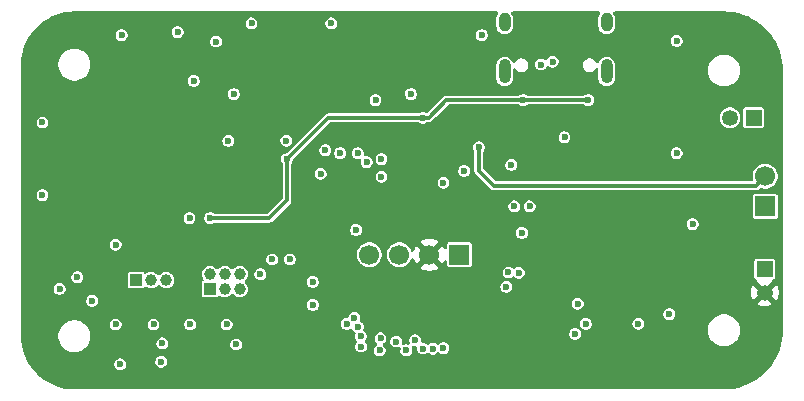
<source format=gbr>
%TF.GenerationSoftware,KiCad,Pcbnew,9.0.1*%
%TF.CreationDate,2025-11-02T14:12:38-06:00*%
%TF.ProjectId,OM-FlexGrid-Rigid-PCB,4f4d2d46-6c65-4784-9772-69642d526967,rev?*%
%TF.SameCoordinates,Original*%
%TF.FileFunction,Copper,L3,Inr*%
%TF.FilePolarity,Positive*%
%FSLAX46Y46*%
G04 Gerber Fmt 4.6, Leading zero omitted, Abs format (unit mm)*
G04 Created by KiCad (PCBNEW 9.0.1) date 2025-11-02 14:12:38*
%MOMM*%
%LPD*%
G01*
G04 APERTURE LIST*
%TA.AperFunction,ComponentPad*%
%ADD10R,1.000000X1.000000*%
%TD*%
%TA.AperFunction,ComponentPad*%
%ADD11C,1.000000*%
%TD*%
%TA.AperFunction,ComponentPad*%
%ADD12R,1.350000X1.350000*%
%TD*%
%TA.AperFunction,ComponentPad*%
%ADD13C,1.350000*%
%TD*%
%TA.AperFunction,ComponentPad*%
%ADD14R,1.700000X1.700000*%
%TD*%
%TA.AperFunction,ComponentPad*%
%ADD15C,1.700000*%
%TD*%
%TA.AperFunction,HeatsinkPad*%
%ADD16O,1.000000X2.100000*%
%TD*%
%TA.AperFunction,HeatsinkPad*%
%ADD17O,1.000000X1.600000*%
%TD*%
%TA.AperFunction,ViaPad*%
%ADD18C,0.600000*%
%TD*%
%TA.AperFunction,Conductor*%
%ADD19C,0.350000*%
%TD*%
G04 APERTURE END LIST*
D10*
%TO.N,GP41*%
%TO.C,J1*%
X168480000Y-122500000D03*
D11*
%TO.N,SPI_MOSI*%
X168480000Y-121230000D03*
%TO.N,SPI_SCK*%
X169750000Y-122500000D03*
%TO.N,SPI_MISO*%
X169750000Y-121230000D03*
%TO.N,CS*%
X171020000Y-122500000D03*
%TO.N,GP40*%
X171020000Y-121230000D03*
%TD*%
D12*
%TO.N,GND*%
%TO.C,J7*%
X215450000Y-120800000D03*
D13*
%TO.N,+3V3*%
X215450000Y-122800000D03*
%TD*%
D14*
%TO.N,GND*%
%TO.C,J2*%
X215500000Y-115500000D03*
D15*
%TO.N,VBAT*%
X215500000Y-112960000D03*
%TD*%
D14*
%TO.N,GND*%
%TO.C,SCRN1*%
X189600000Y-119600000D03*
D15*
%TO.N,+3V3*%
X187060000Y-119600000D03*
%TO.N,SCL*%
X184520000Y-119600000D03*
%TO.N,SDA*%
X181980000Y-119600000D03*
%TD*%
D16*
%TO.N,GND*%
%TO.C,J4*%
X202070000Y-104085000D03*
D17*
X202070000Y-99905000D03*
D16*
X193430000Y-104085000D03*
D17*
X193430000Y-99905000D03*
%TD*%
D10*
%TO.N,GND*%
%TO.C,J6*%
X162230000Y-121750000D03*
D11*
%TO.N,RX*%
X163500000Y-121750000D03*
%TO.N,TX*%
X164770000Y-121750000D03*
%TD*%
D12*
%TO.N,VBAT*%
%TO.C,J5*%
X214500000Y-108000000D03*
D13*
%TO.N,MotorGND*%
X212500000Y-108000000D03*
%TD*%
D18*
%TO.N,GND*%
X198500000Y-109650000D03*
X209350000Y-117000000D03*
X161000000Y-101000000D03*
X183000000Y-111500000D03*
X154300000Y-114550000D03*
X169900000Y-125500000D03*
X207375000Y-124625000D03*
X204750000Y-125450000D03*
X174950000Y-109950000D03*
X154300000Y-108400000D03*
X182500000Y-106500000D03*
X180850000Y-117499000D03*
X170500000Y-106000000D03*
X193575000Y-122325000D03*
X163700000Y-125500000D03*
X166800000Y-125500000D03*
X200299435Y-125449435D03*
X170040000Y-109960000D03*
X194000000Y-112000000D03*
X167112500Y-104887500D03*
X178750000Y-100000000D03*
X160500000Y-125500000D03*
X177850000Y-112750000D03*
X208000000Y-111000000D03*
%TO.N,EN*%
X208000000Y-101500000D03*
%TO.N,+3V3*%
X205175000Y-112325000D03*
X201324464Y-123774464D03*
X180750000Y-102250000D03*
X201850000Y-117050000D03*
X174500000Y-106000000D03*
%TO.N,VBUS*%
X168500000Y-116500000D03*
X186500000Y-108000000D03*
X175000000Y-111500000D03*
X200500000Y-106500000D03*
X195000000Y-106500000D03*
%TO.N,Net-(D2-K)*%
X190000000Y-112500000D03*
X185500000Y-106000000D03*
%TO.N,GP40*%
X157250000Y-121500000D03*
%TO.N,SCL*%
X175250000Y-120000000D03*
%TO.N,GP41*%
X155750000Y-122500000D03*
%TO.N,ROW_3*%
X160875000Y-128875000D03*
X166750000Y-116500000D03*
X158500000Y-123500000D03*
%TO.N,COL_11*%
X185850000Y-126850000D03*
%TO.N,COL_9*%
X184250000Y-126950000D03*
%TO.N,COL_0*%
X177200000Y-121900000D03*
%TO.N,COL_2*%
X180080832Y-125456592D03*
%TO.N,COL_4*%
X181000000Y-125700000D03*
%TO.N,COL_1*%
X177200000Y-123850000D03*
%TO.N,COL_13*%
X187350000Y-127550000D03*
%TO.N,ROW_1*%
X164450057Y-127100000D03*
%TO.N,COL_6*%
X181275000Y-127375000D03*
X199610700Y-123750329D03*
%TO.N,COL_10*%
X185100000Y-127700000D03*
%TO.N,COL_5*%
X181250000Y-126500000D03*
%TO.N,COL_8*%
X182850000Y-127700000D03*
%TO.N,ROW_2*%
X164350000Y-128650000D03*
%TO.N,ROW_0*%
X170700000Y-127200000D03*
%TO.N,COL_12*%
X186500000Y-127539509D03*
%TO.N,COL_7*%
X182925000Y-126675000D03*
X199400000Y-126300000D03*
%TO.N,COL_3*%
X180700000Y-124950000D03*
%TO.N,COL_14*%
X188250000Y-127500000D03*
%TO.N,D-*%
X196500000Y-103500000D03*
%TO.N,D+*%
X197500000Y-103250000D03*
%TO.N,SPI_SCK*%
X172750000Y-121250000D03*
%TO.N,ADC_BAT*%
X188250000Y-113500000D03*
%TO.N,Net-(MAX1-In)*%
X172000000Y-100000000D03*
X169000000Y-101550000D03*
%TO.N,VBAT*%
X191250000Y-110500000D03*
%TO.N,PWR_OFF*%
X165750000Y-100750000D03*
%TO.N,S3*%
X194250000Y-115500000D03*
X178250000Y-110750000D03*
%TO.N,GP16_E*%
X179500000Y-111000000D03*
X195550000Y-115500000D03*
%TO.N,S0*%
X193750000Y-121100000D03*
X183000000Y-113000000D03*
%TO.N,S2*%
X181000000Y-111000000D03*
X194900000Y-117750000D03*
%TO.N,S1*%
X194625000Y-121125000D03*
X181750000Y-111750000D03*
%TO.N,MENU*%
X160500000Y-118750000D03*
%TO.N,100*%
X191500000Y-101000000D03*
%TO.N,SELECT*%
X173750000Y-120000000D03*
%TD*%
D19*
%TO.N,VBUS*%
X195000000Y-106500000D02*
X188500000Y-106500000D01*
X200500000Y-106500000D02*
X195000000Y-106500000D01*
X173500000Y-116500000D02*
X168500000Y-116500000D01*
X178500000Y-108000000D02*
X175000000Y-111500000D01*
X175000000Y-111500000D02*
X175000000Y-115000000D01*
X175000000Y-115000000D02*
X173500000Y-116500000D01*
X186500000Y-108000000D02*
X178500000Y-108000000D01*
X188500000Y-106500000D02*
X187000000Y-108000000D01*
X187000000Y-108000000D02*
X186500000Y-108000000D01*
%TO.N,VBAT*%
X215500000Y-112960000D02*
X214710000Y-113750000D01*
X191250000Y-112500000D02*
X191250000Y-110500000D01*
X192500000Y-113750000D02*
X191250000Y-112500000D01*
X214710000Y-113750000D02*
X192500000Y-113750000D01*
%TD*%
%TA.AperFunction,Conductor*%
%TO.N,+3V3*%
G36*
X192826481Y-99020185D02*
G01*
X192872236Y-99072989D01*
X192882180Y-99142147D01*
X192862544Y-99193391D01*
X192809228Y-99273182D01*
X192809221Y-99273195D01*
X192756421Y-99400667D01*
X192756418Y-99400677D01*
X192729500Y-99536004D01*
X192729500Y-99536007D01*
X192729500Y-100273993D01*
X192729500Y-100273995D01*
X192729499Y-100273995D01*
X192756418Y-100409322D01*
X192756421Y-100409332D01*
X192809221Y-100536804D01*
X192809228Y-100536817D01*
X192885885Y-100651541D01*
X192885888Y-100651545D01*
X192983454Y-100749111D01*
X192983458Y-100749114D01*
X193098182Y-100825771D01*
X193098195Y-100825778D01*
X193225667Y-100878578D01*
X193225672Y-100878580D01*
X193225676Y-100878580D01*
X193225677Y-100878581D01*
X193361004Y-100905500D01*
X193361007Y-100905500D01*
X193498995Y-100905500D01*
X193590041Y-100887389D01*
X193634328Y-100878580D01*
X193761811Y-100825775D01*
X193876542Y-100749114D01*
X193974114Y-100651542D01*
X194050775Y-100536811D01*
X194103580Y-100409328D01*
X194120280Y-100325374D01*
X194130500Y-100273995D01*
X194130500Y-99536004D01*
X194103581Y-99400677D01*
X194103580Y-99400676D01*
X194103580Y-99400672D01*
X194061494Y-99299067D01*
X194050778Y-99273195D01*
X194050771Y-99273182D01*
X193997456Y-99193391D01*
X193976578Y-99126714D01*
X193995062Y-99059333D01*
X194047041Y-99012643D01*
X194100558Y-99000500D01*
X201399442Y-99000500D01*
X201466481Y-99020185D01*
X201512236Y-99072989D01*
X201522180Y-99142147D01*
X201502544Y-99193391D01*
X201449228Y-99273182D01*
X201449221Y-99273195D01*
X201396421Y-99400667D01*
X201396418Y-99400677D01*
X201369500Y-99536004D01*
X201369500Y-99536007D01*
X201369500Y-100273993D01*
X201369500Y-100273995D01*
X201369499Y-100273995D01*
X201396418Y-100409322D01*
X201396421Y-100409332D01*
X201449221Y-100536804D01*
X201449228Y-100536817D01*
X201525885Y-100651541D01*
X201525888Y-100651545D01*
X201623454Y-100749111D01*
X201623458Y-100749114D01*
X201738182Y-100825771D01*
X201738195Y-100825778D01*
X201865667Y-100878578D01*
X201865672Y-100878580D01*
X201865676Y-100878580D01*
X201865677Y-100878581D01*
X202001004Y-100905500D01*
X202001007Y-100905500D01*
X202138995Y-100905500D01*
X202230041Y-100887389D01*
X202274328Y-100878580D01*
X202401811Y-100825775D01*
X202516542Y-100749114D01*
X202614114Y-100651542D01*
X202690775Y-100536811D01*
X202743580Y-100409328D01*
X202760280Y-100325374D01*
X202770500Y-100273995D01*
X202770500Y-99536004D01*
X202743581Y-99400677D01*
X202743580Y-99400676D01*
X202743580Y-99400672D01*
X202701494Y-99299067D01*
X202690778Y-99273195D01*
X202690771Y-99273182D01*
X202637456Y-99193391D01*
X202616578Y-99126714D01*
X202635062Y-99059333D01*
X202687041Y-99012643D01*
X202740558Y-99000500D01*
X211934108Y-99000500D01*
X211997439Y-99000500D01*
X212002562Y-99000605D01*
X212407746Y-99017364D01*
X212417919Y-99018207D01*
X212817817Y-99068054D01*
X212827901Y-99069737D01*
X213222294Y-99152432D01*
X213232208Y-99154942D01*
X213618436Y-99269928D01*
X213628104Y-99273247D01*
X213954678Y-99400677D01*
X214003502Y-99419728D01*
X214012883Y-99423843D01*
X214252404Y-99540938D01*
X214374880Y-99600813D01*
X214383894Y-99605690D01*
X214730070Y-99811966D01*
X214738638Y-99817564D01*
X215066593Y-100051719D01*
X215074668Y-100058005D01*
X215083979Y-100065891D01*
X215382155Y-100318433D01*
X215389695Y-100325374D01*
X215674625Y-100610304D01*
X215681566Y-100617844D01*
X215781671Y-100736038D01*
X215841614Y-100806813D01*
X215941989Y-100925325D01*
X215948282Y-100933410D01*
X216055522Y-101083608D01*
X216182431Y-101261355D01*
X216188037Y-101269935D01*
X216394309Y-101616105D01*
X216399186Y-101625119D01*
X216576154Y-101987112D01*
X216580271Y-101996497D01*
X216726747Y-102371883D01*
X216730075Y-102381576D01*
X216845053Y-102767778D01*
X216847569Y-102777714D01*
X216930260Y-103172089D01*
X216931947Y-103182197D01*
X216981790Y-103582059D01*
X216982636Y-103592273D01*
X216999394Y-103997437D01*
X216999500Y-104002561D01*
X216999500Y-125997438D01*
X216999394Y-126002562D01*
X216982636Y-126407726D01*
X216981790Y-126417940D01*
X216931947Y-126817802D01*
X216930260Y-126827910D01*
X216847569Y-127222285D01*
X216845053Y-127232221D01*
X216730075Y-127618423D01*
X216726747Y-127628116D01*
X216580271Y-128003502D01*
X216576154Y-128012887D01*
X216399186Y-128374880D01*
X216394309Y-128383894D01*
X216188037Y-128730064D01*
X216182431Y-128738644D01*
X215948284Y-129066587D01*
X215941989Y-129074674D01*
X215681566Y-129382155D01*
X215674625Y-129389695D01*
X215389695Y-129674625D01*
X215382155Y-129681566D01*
X215074674Y-129941989D01*
X215066587Y-129948284D01*
X214738644Y-130182431D01*
X214730064Y-130188037D01*
X214383894Y-130394309D01*
X214374880Y-130399186D01*
X214012887Y-130576154D01*
X214003502Y-130580271D01*
X213628116Y-130726747D01*
X213618423Y-130730075D01*
X213232221Y-130845053D01*
X213222285Y-130847569D01*
X212827910Y-130930260D01*
X212817802Y-130931947D01*
X212417940Y-130981790D01*
X212407726Y-130982636D01*
X212002563Y-130999394D01*
X211997439Y-130999500D01*
X157002706Y-130999500D01*
X156997297Y-130999382D01*
X156613249Y-130982614D01*
X156602473Y-130981671D01*
X156224042Y-130931849D01*
X156213389Y-130929971D01*
X155840727Y-130847354D01*
X155830278Y-130844554D01*
X155466244Y-130729775D01*
X155456078Y-130726075D01*
X155103427Y-130580002D01*
X155093623Y-130575430D01*
X154755057Y-130399183D01*
X154745689Y-130393775D01*
X154423755Y-130188681D01*
X154414894Y-130182476D01*
X154112069Y-129950110D01*
X154103782Y-129943156D01*
X153822364Y-129685284D01*
X153814715Y-129677635D01*
X153556843Y-129396217D01*
X153549889Y-129387930D01*
X153317523Y-129085105D01*
X153311318Y-129076244D01*
X153306185Y-129068187D01*
X153141134Y-128809108D01*
X160374500Y-128809108D01*
X160374500Y-128940891D01*
X160408608Y-129068187D01*
X160418376Y-129085105D01*
X160474500Y-129182314D01*
X160567686Y-129275500D01*
X160681814Y-129341392D01*
X160809108Y-129375500D01*
X160809110Y-129375500D01*
X160940890Y-129375500D01*
X160940892Y-129375500D01*
X161068186Y-129341392D01*
X161182314Y-129275500D01*
X161275500Y-129182314D01*
X161341392Y-129068186D01*
X161375500Y-128940892D01*
X161375500Y-128809108D01*
X161341392Y-128681814D01*
X161284981Y-128584108D01*
X163849500Y-128584108D01*
X163849500Y-128715892D01*
X163854477Y-128734467D01*
X163883608Y-128843187D01*
X163897707Y-128867606D01*
X163949500Y-128957314D01*
X164042686Y-129050500D01*
X164156814Y-129116392D01*
X164284108Y-129150500D01*
X164284110Y-129150500D01*
X164415890Y-129150500D01*
X164415892Y-129150500D01*
X164543186Y-129116392D01*
X164657314Y-129050500D01*
X164750500Y-128957314D01*
X164816392Y-128843186D01*
X164850500Y-128715892D01*
X164850500Y-128584108D01*
X164816392Y-128456814D01*
X164750500Y-128342686D01*
X164657314Y-128249500D01*
X164572442Y-128200499D01*
X164543187Y-128183608D01*
X164478931Y-128166391D01*
X164415892Y-128149500D01*
X164284108Y-128149500D01*
X164156812Y-128183608D01*
X164042686Y-128249500D01*
X164042683Y-128249502D01*
X163949502Y-128342683D01*
X163949500Y-128342686D01*
X163883608Y-128456812D01*
X163871719Y-128501185D01*
X163849500Y-128584108D01*
X161284981Y-128584108D01*
X161275500Y-128567686D01*
X161182314Y-128474500D01*
X161125250Y-128441554D01*
X161068187Y-128408608D01*
X160975951Y-128383894D01*
X160940892Y-128374500D01*
X160809108Y-128374500D01*
X160681812Y-128408608D01*
X160567686Y-128474500D01*
X160567683Y-128474502D01*
X160474502Y-128567683D01*
X160474500Y-128567686D01*
X160408608Y-128681812D01*
X160374500Y-128809108D01*
X153141134Y-128809108D01*
X153106223Y-128754309D01*
X153100816Y-128744942D01*
X152924566Y-128406369D01*
X152919997Y-128396572D01*
X152911012Y-128374880D01*
X152773920Y-128043911D01*
X152770224Y-128033755D01*
X152655442Y-127669710D01*
X152652648Y-127659284D01*
X152570025Y-127286597D01*
X152568152Y-127275971D01*
X152518326Y-126897506D01*
X152517386Y-126886771D01*
X152500618Y-126502702D01*
X152500500Y-126497293D01*
X152500500Y-126393713D01*
X155649500Y-126393713D01*
X155649500Y-126606286D01*
X155682753Y-126816239D01*
X155682753Y-126816241D01*
X155682754Y-126816243D01*
X155747624Y-127015892D01*
X155748444Y-127018414D01*
X155844951Y-127207820D01*
X155969890Y-127379786D01*
X156120213Y-127530109D01*
X156292179Y-127655048D01*
X156292181Y-127655049D01*
X156292184Y-127655051D01*
X156481588Y-127751557D01*
X156683757Y-127817246D01*
X156893713Y-127850500D01*
X156893714Y-127850500D01*
X157106286Y-127850500D01*
X157106287Y-127850500D01*
X157316243Y-127817246D01*
X157518412Y-127751557D01*
X157707816Y-127655051D01*
X157751470Y-127623335D01*
X157879786Y-127530109D01*
X157879788Y-127530106D01*
X157879792Y-127530104D01*
X158030104Y-127379792D01*
X158030106Y-127379788D01*
X158030109Y-127379786D01*
X158146460Y-127219640D01*
X158155051Y-127207816D01*
X158243560Y-127034108D01*
X163949557Y-127034108D01*
X163949557Y-127165892D01*
X163960841Y-127208006D01*
X163983665Y-127293187D01*
X163997063Y-127316392D01*
X164049557Y-127407314D01*
X164142743Y-127500500D01*
X164228966Y-127550281D01*
X164256001Y-127565890D01*
X164256871Y-127566392D01*
X164384165Y-127600500D01*
X164384167Y-127600500D01*
X164515947Y-127600500D01*
X164515949Y-127600500D01*
X164643243Y-127566392D01*
X164757371Y-127500500D01*
X164850557Y-127407314D01*
X164916449Y-127293186D01*
X164950557Y-127165892D01*
X164950557Y-127134108D01*
X170199500Y-127134108D01*
X170199500Y-127265892D01*
X170208505Y-127299500D01*
X170233608Y-127393187D01*
X170261151Y-127440892D01*
X170299500Y-127507314D01*
X170392686Y-127600500D01*
X170506814Y-127666392D01*
X170634108Y-127700500D01*
X170634110Y-127700500D01*
X170765890Y-127700500D01*
X170765892Y-127700500D01*
X170893186Y-127666392D01*
X171007314Y-127600500D01*
X171100500Y-127507314D01*
X171166392Y-127393186D01*
X171200500Y-127265892D01*
X171200500Y-127134108D01*
X171166392Y-127006814D01*
X171100500Y-126892686D01*
X171007314Y-126799500D01*
X170933380Y-126756814D01*
X170893187Y-126733608D01*
X170829539Y-126716554D01*
X170765892Y-126699500D01*
X170634108Y-126699500D01*
X170506812Y-126733608D01*
X170392686Y-126799500D01*
X170392683Y-126799502D01*
X170299502Y-126892683D01*
X170299500Y-126892686D01*
X170233608Y-127006812D01*
X170199500Y-127134108D01*
X164950557Y-127134108D01*
X164950557Y-127034108D01*
X164916449Y-126906814D01*
X164850557Y-126792686D01*
X164757371Y-126699500D01*
X164683437Y-126656814D01*
X164643244Y-126633608D01*
X164551814Y-126609110D01*
X164515949Y-126599500D01*
X164384165Y-126599500D01*
X164256869Y-126633608D01*
X164142743Y-126699500D01*
X164142740Y-126699502D01*
X164049559Y-126792683D01*
X164049557Y-126792686D01*
X163983665Y-126906812D01*
X163958830Y-126999500D01*
X163949557Y-127034108D01*
X158243560Y-127034108D01*
X158251557Y-127018412D01*
X158317246Y-126816243D01*
X158350500Y-126606287D01*
X158350500Y-126393713D01*
X158317246Y-126183757D01*
X158251557Y-125981588D01*
X158155051Y-125792184D01*
X158155049Y-125792181D01*
X158155048Y-125792179D01*
X158030109Y-125620213D01*
X157879786Y-125469890D01*
X157830536Y-125434108D01*
X159999500Y-125434108D01*
X159999500Y-125565891D01*
X160033608Y-125693187D01*
X160052149Y-125725300D01*
X160099500Y-125807314D01*
X160192686Y-125900500D01*
X160306814Y-125966392D01*
X160434108Y-126000500D01*
X160434110Y-126000500D01*
X160565890Y-126000500D01*
X160565892Y-126000500D01*
X160693186Y-125966392D01*
X160807314Y-125900500D01*
X160900500Y-125807314D01*
X160966392Y-125693186D01*
X161000500Y-125565892D01*
X161000500Y-125434108D01*
X163199500Y-125434108D01*
X163199500Y-125565891D01*
X163233608Y-125693187D01*
X163252149Y-125725300D01*
X163299500Y-125807314D01*
X163392686Y-125900500D01*
X163506814Y-125966392D01*
X163634108Y-126000500D01*
X163634110Y-126000500D01*
X163765890Y-126000500D01*
X163765892Y-126000500D01*
X163893186Y-125966392D01*
X164007314Y-125900500D01*
X164100500Y-125807314D01*
X164166392Y-125693186D01*
X164200500Y-125565892D01*
X164200500Y-125434108D01*
X166299500Y-125434108D01*
X166299500Y-125565891D01*
X166333608Y-125693187D01*
X166352149Y-125725300D01*
X166399500Y-125807314D01*
X166492686Y-125900500D01*
X166606814Y-125966392D01*
X166734108Y-126000500D01*
X166734110Y-126000500D01*
X166865890Y-126000500D01*
X166865892Y-126000500D01*
X166993186Y-125966392D01*
X167107314Y-125900500D01*
X167200500Y-125807314D01*
X167266392Y-125693186D01*
X167300500Y-125565892D01*
X167300500Y-125434108D01*
X169399500Y-125434108D01*
X169399500Y-125565891D01*
X169433608Y-125693187D01*
X169452149Y-125725300D01*
X169499500Y-125807314D01*
X169592686Y-125900500D01*
X169706814Y-125966392D01*
X169834108Y-126000500D01*
X169834110Y-126000500D01*
X169965890Y-126000500D01*
X169965892Y-126000500D01*
X170093186Y-125966392D01*
X170207314Y-125900500D01*
X170300500Y-125807314D01*
X170366392Y-125693186D01*
X170400500Y-125565892D01*
X170400500Y-125434108D01*
X170388869Y-125390700D01*
X179580332Y-125390700D01*
X179580332Y-125522484D01*
X179591963Y-125565891D01*
X179614440Y-125649779D01*
X179639502Y-125693186D01*
X179680332Y-125763906D01*
X179773518Y-125857092D01*
X179887646Y-125922984D01*
X180014940Y-125957092D01*
X180014942Y-125957092D01*
X180146722Y-125957092D01*
X180146724Y-125957092D01*
X180274018Y-125922984D01*
X180374227Y-125865127D01*
X180442123Y-125848655D01*
X180508151Y-125871507D01*
X180543612Y-125910514D01*
X180599500Y-126007314D01*
X180692686Y-126100500D01*
X180742521Y-126129272D01*
X180742827Y-126129449D01*
X180791042Y-126180017D01*
X180804264Y-126248624D01*
X180788215Y-126298833D01*
X180783609Y-126306810D01*
X180783609Y-126306811D01*
X180783609Y-126306812D01*
X180783608Y-126306814D01*
X180749500Y-126434108D01*
X180749500Y-126565892D01*
X180761080Y-126609108D01*
X180783608Y-126693187D01*
X180811151Y-126740892D01*
X180849500Y-126807314D01*
X180849502Y-126807316D01*
X180904504Y-126862318D01*
X180937989Y-126923641D01*
X180933005Y-126993333D01*
X180904507Y-127037678D01*
X180874500Y-127067686D01*
X180808608Y-127181812D01*
X180784749Y-127270856D01*
X180774500Y-127309108D01*
X180774500Y-127440892D01*
X180790472Y-127500500D01*
X180808608Y-127568187D01*
X180830094Y-127605401D01*
X180874500Y-127682314D01*
X180967686Y-127775500D01*
X181081814Y-127841392D01*
X181209108Y-127875500D01*
X181209110Y-127875500D01*
X181340890Y-127875500D01*
X181340892Y-127875500D01*
X181468186Y-127841392D01*
X181582314Y-127775500D01*
X181675500Y-127682314D01*
X181703332Y-127634108D01*
X182349500Y-127634108D01*
X182349500Y-127765892D01*
X182361220Y-127809633D01*
X182383608Y-127893187D01*
X182410640Y-127940006D01*
X182449500Y-128007314D01*
X182542686Y-128100500D01*
X182656814Y-128166392D01*
X182784108Y-128200500D01*
X182784110Y-128200500D01*
X182915890Y-128200500D01*
X182915892Y-128200500D01*
X183043186Y-128166392D01*
X183157314Y-128100500D01*
X183250500Y-128007314D01*
X183316392Y-127893186D01*
X183350500Y-127765892D01*
X183350500Y-127634108D01*
X183316392Y-127506814D01*
X183250500Y-127392686D01*
X183157314Y-127299500D01*
X183157024Y-127299210D01*
X183123539Y-127237887D01*
X183128523Y-127168195D01*
X183170395Y-127112262D01*
X183182705Y-127104142D01*
X183205375Y-127091053D01*
X183232314Y-127075500D01*
X183325500Y-126982314D01*
X183382199Y-126884108D01*
X183749500Y-126884108D01*
X183749500Y-127015892D01*
X183755694Y-127039009D01*
X183783608Y-127143187D01*
X183804577Y-127179505D01*
X183849500Y-127257314D01*
X183942686Y-127350500D01*
X184033601Y-127402990D01*
X184056810Y-127416390D01*
X184056814Y-127416392D01*
X184184108Y-127450500D01*
X184184110Y-127450500D01*
X184315890Y-127450500D01*
X184315892Y-127450500D01*
X184443186Y-127416392D01*
X184443193Y-127416387D01*
X184450700Y-127413280D01*
X184451858Y-127416076D01*
X184505728Y-127402990D01*
X184571762Y-127425822D01*
X184614969Y-127480730D01*
X184621631Y-127550281D01*
X184619640Y-127558942D01*
X184599500Y-127634108D01*
X184599500Y-127765892D01*
X184611220Y-127809633D01*
X184633608Y-127893187D01*
X184660640Y-127940006D01*
X184699500Y-128007314D01*
X184792686Y-128100500D01*
X184906814Y-128166392D01*
X185034108Y-128200500D01*
X185034110Y-128200500D01*
X185165890Y-128200500D01*
X185165892Y-128200500D01*
X185293186Y-128166392D01*
X185407314Y-128100500D01*
X185500500Y-128007314D01*
X185566392Y-127893186D01*
X185600500Y-127765892D01*
X185600500Y-127634108D01*
X185566392Y-127506814D01*
X185566389Y-127506809D01*
X185563280Y-127499300D01*
X185565828Y-127498244D01*
X185558624Y-127487530D01*
X185558168Y-127465577D01*
X185552991Y-127444240D01*
X185557458Y-127431330D01*
X185557175Y-127417675D01*
X185568659Y-127398961D01*
X185575840Y-127378212D01*
X185586575Y-127369768D01*
X185593721Y-127358126D01*
X185613501Y-127348591D01*
X185630759Y-127335019D01*
X185645693Y-127333075D01*
X185656661Y-127327789D01*
X185678185Y-127328847D01*
X185691948Y-127327056D01*
X185700551Y-127328111D01*
X185784108Y-127350500D01*
X185883080Y-127350500D01*
X185890597Y-127351422D01*
X185916001Y-127362392D01*
X185942539Y-127370185D01*
X185947617Y-127376045D01*
X185954741Y-127379122D01*
X185970182Y-127402086D01*
X185988294Y-127422989D01*
X185990234Y-127431910D01*
X185993727Y-127437104D01*
X185993975Y-127449107D01*
X185999500Y-127474500D01*
X185999500Y-127605401D01*
X186012803Y-127655048D01*
X186033608Y-127732696D01*
X186066554Y-127789759D01*
X186099500Y-127846823D01*
X186192686Y-127940009D01*
X186306814Y-128005901D01*
X186434108Y-128040009D01*
X186434110Y-128040009D01*
X186565890Y-128040009D01*
X186565892Y-128040009D01*
X186693186Y-128005901D01*
X186807314Y-127940009D01*
X186832075Y-127915247D01*
X186893394Y-127881764D01*
X186963086Y-127886748D01*
X187007435Y-127915249D01*
X187042686Y-127950500D01*
X187156814Y-128016392D01*
X187284108Y-128050500D01*
X187284110Y-128050500D01*
X187415890Y-128050500D01*
X187415892Y-128050500D01*
X187543186Y-128016392D01*
X187657314Y-127950500D01*
X187737319Y-127870495D01*
X187798642Y-127837010D01*
X187868334Y-127841994D01*
X187912681Y-127870495D01*
X187942686Y-127900500D01*
X188056814Y-127966392D01*
X188184108Y-128000500D01*
X188184110Y-128000500D01*
X188315890Y-128000500D01*
X188315892Y-128000500D01*
X188443186Y-127966392D01*
X188557314Y-127900500D01*
X188650500Y-127807314D01*
X188716392Y-127693186D01*
X188750500Y-127565892D01*
X188750500Y-127434108D01*
X188716392Y-127306814D01*
X188650500Y-127192686D01*
X188557314Y-127099500D01*
X188474789Y-127051854D01*
X188443187Y-127033608D01*
X188377053Y-127015888D01*
X188315892Y-126999500D01*
X188184108Y-126999500D01*
X188056812Y-127033608D01*
X187942686Y-127099500D01*
X187942683Y-127099502D01*
X187862681Y-127179505D01*
X187801358Y-127212990D01*
X187731666Y-127208006D01*
X187687319Y-127179505D01*
X187657316Y-127149502D01*
X187657314Y-127149500D01*
X187592816Y-127112262D01*
X187543187Y-127083608D01*
X187479539Y-127066554D01*
X187415892Y-127049500D01*
X187284108Y-127049500D01*
X187156812Y-127083608D01*
X187042686Y-127149500D01*
X187017925Y-127174261D01*
X186956601Y-127207745D01*
X186886910Y-127202759D01*
X186842564Y-127174259D01*
X186807316Y-127139011D01*
X186807314Y-127139009D01*
X186724252Y-127091053D01*
X186693187Y-127073117D01*
X186629539Y-127056063D01*
X186565892Y-127039009D01*
X186474500Y-127039009D01*
X186407461Y-127019324D01*
X186361706Y-126966520D01*
X186350500Y-126915009D01*
X186350500Y-126784110D01*
X186350500Y-126784108D01*
X186316392Y-126656814D01*
X186250500Y-126542686D01*
X186157314Y-126449500D01*
X186093843Y-126412855D01*
X186043187Y-126383608D01*
X185977061Y-126365890D01*
X185915892Y-126349500D01*
X185784108Y-126349500D01*
X185656812Y-126383608D01*
X185542686Y-126449500D01*
X185542683Y-126449502D01*
X185449502Y-126542683D01*
X185449500Y-126542686D01*
X185383608Y-126656812D01*
X185356814Y-126756812D01*
X185349500Y-126784108D01*
X185349500Y-126915892D01*
X185382132Y-127037678D01*
X185383609Y-127043188D01*
X185386720Y-127050700D01*
X185383932Y-127051854D01*
X185397007Y-127105782D01*
X185374146Y-127171806D01*
X185319219Y-127214989D01*
X185249664Y-127221621D01*
X185241063Y-127219641D01*
X185165892Y-127199500D01*
X185034108Y-127199500D01*
X184906814Y-127233608D01*
X184906813Y-127233608D01*
X184906811Y-127233609D01*
X184899300Y-127236720D01*
X184898147Y-127233936D01*
X184844186Y-127247005D01*
X184778168Y-127224128D01*
X184734999Y-127169190D01*
X184728384Y-127099634D01*
X184730347Y-127091102D01*
X184750500Y-127015892D01*
X184750500Y-126884108D01*
X184716392Y-126756814D01*
X184650500Y-126642686D01*
X184557314Y-126549500D01*
X184471578Y-126500000D01*
X184443187Y-126483608D01*
X184379539Y-126466554D01*
X184315892Y-126449500D01*
X184184108Y-126449500D01*
X184056812Y-126483608D01*
X183942686Y-126549500D01*
X183942683Y-126549502D01*
X183849502Y-126642683D01*
X183849500Y-126642686D01*
X183783608Y-126756812D01*
X183753766Y-126868186D01*
X183749500Y-126884108D01*
X183382199Y-126884108D01*
X183391392Y-126868186D01*
X183425500Y-126740892D01*
X183425500Y-126609108D01*
X183391392Y-126481814D01*
X183325500Y-126367686D01*
X183232314Y-126274500D01*
X183162353Y-126234108D01*
X198899500Y-126234108D01*
X198899500Y-126365891D01*
X198933608Y-126493187D01*
X198935979Y-126497293D01*
X198999500Y-126607314D01*
X199092686Y-126700500D01*
X199206814Y-126766392D01*
X199334108Y-126800500D01*
X199334110Y-126800500D01*
X199465890Y-126800500D01*
X199465892Y-126800500D01*
X199593186Y-126766392D01*
X199707314Y-126700500D01*
X199800500Y-126607314D01*
X199866392Y-126493186D01*
X199900500Y-126365892D01*
X199900500Y-126234108D01*
X199866392Y-126106814D01*
X199800500Y-125992686D01*
X199707314Y-125899500D01*
X199644178Y-125863048D01*
X199593187Y-125833608D01*
X199529539Y-125816554D01*
X199465892Y-125799500D01*
X199334108Y-125799500D01*
X199206812Y-125833608D01*
X199092686Y-125899500D01*
X199092683Y-125899502D01*
X198999502Y-125992683D01*
X198999500Y-125992686D01*
X198933608Y-126106812D01*
X198899500Y-126234108D01*
X183162353Y-126234108D01*
X183118187Y-126208608D01*
X183025451Y-126183760D01*
X182990892Y-126174500D01*
X182859108Y-126174500D01*
X182731812Y-126208608D01*
X182617686Y-126274500D01*
X182617683Y-126274502D01*
X182524502Y-126367683D01*
X182524500Y-126367686D01*
X182458608Y-126481812D01*
X182427074Y-126599500D01*
X182424500Y-126609108D01*
X182424500Y-126740892D01*
X182440472Y-126800500D01*
X182458608Y-126868187D01*
X182486151Y-126915892D01*
X182524500Y-126982314D01*
X182524502Y-126982316D01*
X182617975Y-127075789D01*
X182651460Y-127137112D01*
X182646476Y-127206804D01*
X182604604Y-127262737D01*
X182592297Y-127270856D01*
X182542686Y-127299500D01*
X182542683Y-127299502D01*
X182449502Y-127392683D01*
X182449500Y-127392686D01*
X182383608Y-127506812D01*
X182367163Y-127568187D01*
X182349500Y-127634108D01*
X181703332Y-127634108D01*
X181741392Y-127568186D01*
X181775500Y-127440892D01*
X181775500Y-127309108D01*
X181741392Y-127181814D01*
X181675500Y-127067686D01*
X181620495Y-127012681D01*
X181587010Y-126951358D01*
X181591994Y-126881666D01*
X181620495Y-126837319D01*
X181634923Y-126822891D01*
X181650500Y-126807314D01*
X181716392Y-126693186D01*
X181750500Y-126565892D01*
X181750500Y-126434108D01*
X181716392Y-126306814D01*
X181650500Y-126192686D01*
X181557314Y-126099500D01*
X181507173Y-126070551D01*
X181458957Y-126019984D01*
X181445734Y-125951377D01*
X181461786Y-125901163D01*
X181466392Y-125893186D01*
X181500500Y-125765892D01*
X181500500Y-125634108D01*
X181466392Y-125506814D01*
X181400500Y-125392686D01*
X181391357Y-125383543D01*
X199798935Y-125383543D01*
X199798935Y-125515327D01*
X199812484Y-125565892D01*
X199833043Y-125642622D01*
X199862237Y-125693186D01*
X199898935Y-125756749D01*
X199992121Y-125849935D01*
X200018438Y-125865129D01*
X200097046Y-125910514D01*
X200106249Y-125915827D01*
X200233543Y-125949935D01*
X200233545Y-125949935D01*
X200365325Y-125949935D01*
X200365327Y-125949935D01*
X200492621Y-125915827D01*
X200606749Y-125849935D01*
X200699935Y-125756749D01*
X200765827Y-125642621D01*
X200799935Y-125515327D01*
X200799935Y-125384108D01*
X204249500Y-125384108D01*
X204249500Y-125515892D01*
X204262897Y-125565890D01*
X204283608Y-125643187D01*
X204287414Y-125649779D01*
X204349500Y-125757314D01*
X204442686Y-125850500D01*
X204530433Y-125901161D01*
X204555833Y-125915826D01*
X204556814Y-125916392D01*
X204684108Y-125950500D01*
X204684110Y-125950500D01*
X204815890Y-125950500D01*
X204815892Y-125950500D01*
X204943186Y-125916392D01*
X204982467Y-125893713D01*
X210649500Y-125893713D01*
X210649500Y-126106287D01*
X210653169Y-126129449D01*
X210681260Y-126306814D01*
X210682754Y-126316243D01*
X210743338Y-126502702D01*
X210748444Y-126518414D01*
X210844951Y-126707820D01*
X210969890Y-126879786D01*
X211120213Y-127030109D01*
X211292179Y-127155048D01*
X211292181Y-127155049D01*
X211292184Y-127155051D01*
X211481588Y-127251557D01*
X211683757Y-127317246D01*
X211893713Y-127350500D01*
X211893714Y-127350500D01*
X212106286Y-127350500D01*
X212106287Y-127350500D01*
X212316243Y-127317246D01*
X212518412Y-127251557D01*
X212707816Y-127155051D01*
X212736642Y-127134108D01*
X212879786Y-127030109D01*
X212879788Y-127030106D01*
X212879792Y-127030104D01*
X213030104Y-126879792D01*
X213030106Y-126879788D01*
X213030109Y-126879786D01*
X213155048Y-126707820D01*
X213155047Y-126707820D01*
X213155051Y-126707816D01*
X213251557Y-126518412D01*
X213317246Y-126316243D01*
X213350500Y-126106287D01*
X213350500Y-125893713D01*
X213317246Y-125683757D01*
X213251557Y-125481588D01*
X213155051Y-125292184D01*
X213155049Y-125292181D01*
X213155048Y-125292179D01*
X213030109Y-125120213D01*
X212879786Y-124969890D01*
X212707820Y-124844951D01*
X212518414Y-124748444D01*
X212518413Y-124748443D01*
X212518412Y-124748443D01*
X212316243Y-124682754D01*
X212316241Y-124682753D01*
X212316240Y-124682753D01*
X212154957Y-124657208D01*
X212106287Y-124649500D01*
X211893713Y-124649500D01*
X211845042Y-124657208D01*
X211683760Y-124682753D01*
X211481585Y-124748444D01*
X211292179Y-124844951D01*
X211120213Y-124969890D01*
X210969890Y-125120213D01*
X210844951Y-125292179D01*
X210748444Y-125481585D01*
X210682753Y-125683760D01*
X210656434Y-125849932D01*
X210649500Y-125893713D01*
X204982467Y-125893713D01*
X205057314Y-125850500D01*
X205150500Y-125757314D01*
X205216392Y-125643186D01*
X205250500Y-125515892D01*
X205250500Y-125384108D01*
X205216392Y-125256814D01*
X205150500Y-125142686D01*
X205057314Y-125049500D01*
X204954604Y-124990200D01*
X204943187Y-124983608D01*
X204879539Y-124966554D01*
X204815892Y-124949500D01*
X204684108Y-124949500D01*
X204556812Y-124983608D01*
X204442686Y-125049500D01*
X204442683Y-125049502D01*
X204349502Y-125142683D01*
X204349500Y-125142686D01*
X204283608Y-125256812D01*
X204259992Y-125344951D01*
X204249500Y-125384108D01*
X200799935Y-125384108D01*
X200799935Y-125383543D01*
X200765827Y-125256249D01*
X200699935Y-125142121D01*
X200606749Y-125048935D01*
X200549512Y-125015889D01*
X200492622Y-124983043D01*
X200428974Y-124965989D01*
X200365327Y-124948935D01*
X200233543Y-124948935D01*
X200106247Y-124983043D01*
X199992121Y-125048935D01*
X199992118Y-125048937D01*
X199898937Y-125142118D01*
X199898935Y-125142121D01*
X199833043Y-125256247D01*
X199798935Y-125383543D01*
X181391357Y-125383543D01*
X181307314Y-125299500D01*
X181307312Y-125299499D01*
X181307310Y-125299497D01*
X181231399Y-125255670D01*
X181183183Y-125205103D01*
X181169961Y-125136496D01*
X181173620Y-125116209D01*
X181200500Y-125015892D01*
X181200500Y-124884108D01*
X181166392Y-124756814D01*
X181100500Y-124642686D01*
X181016922Y-124559108D01*
X206874500Y-124559108D01*
X206874500Y-124690891D01*
X206908608Y-124818187D01*
X206941554Y-124875250D01*
X206974500Y-124932314D01*
X207067686Y-125025500D01*
X207181814Y-125091392D01*
X207309108Y-125125500D01*
X207309110Y-125125500D01*
X207440890Y-125125500D01*
X207440892Y-125125500D01*
X207568186Y-125091392D01*
X207682314Y-125025500D01*
X207775500Y-124932314D01*
X207841392Y-124818186D01*
X207875500Y-124690892D01*
X207875500Y-124559108D01*
X207841392Y-124431814D01*
X207775500Y-124317686D01*
X207682314Y-124224500D01*
X207625250Y-124191554D01*
X207568187Y-124158608D01*
X207504539Y-124141554D01*
X207440892Y-124124500D01*
X207309108Y-124124500D01*
X207181812Y-124158608D01*
X207067686Y-124224500D01*
X207067683Y-124224502D01*
X206974502Y-124317683D01*
X206974500Y-124317686D01*
X206908608Y-124431812D01*
X206874500Y-124559108D01*
X181016922Y-124559108D01*
X181007314Y-124549500D01*
X180950250Y-124516554D01*
X180893187Y-124483608D01*
X180829539Y-124466554D01*
X180765892Y-124449500D01*
X180634108Y-124449500D01*
X180506812Y-124483608D01*
X180392686Y-124549500D01*
X180392683Y-124549502D01*
X180299502Y-124642683D01*
X180299500Y-124642686D01*
X180233608Y-124756812D01*
X180221123Y-124803406D01*
X180204837Y-124864187D01*
X180168474Y-124923846D01*
X180105628Y-124954375D01*
X180085064Y-124956092D01*
X180014940Y-124956092D01*
X179887644Y-124990200D01*
X179773518Y-125056092D01*
X179773515Y-125056094D01*
X179680334Y-125149275D01*
X179680332Y-125149278D01*
X179614440Y-125263404D01*
X179602809Y-125306814D01*
X179580332Y-125390700D01*
X170388869Y-125390700D01*
X170366392Y-125306814D01*
X170300500Y-125192686D01*
X170207314Y-125099500D01*
X170132133Y-125056094D01*
X170093187Y-125033608D01*
X170027057Y-125015889D01*
X169965892Y-124999500D01*
X169834108Y-124999500D01*
X169706812Y-125033608D01*
X169592686Y-125099500D01*
X169592683Y-125099502D01*
X169499502Y-125192683D01*
X169499500Y-125192686D01*
X169433608Y-125306812D01*
X169399500Y-125434108D01*
X167300500Y-125434108D01*
X167266392Y-125306814D01*
X167200500Y-125192686D01*
X167107314Y-125099500D01*
X167032133Y-125056094D01*
X166993187Y-125033608D01*
X166927057Y-125015889D01*
X166865892Y-124999500D01*
X166734108Y-124999500D01*
X166606812Y-125033608D01*
X166492686Y-125099500D01*
X166492683Y-125099502D01*
X166399502Y-125192683D01*
X166399500Y-125192686D01*
X166333608Y-125306812D01*
X166299500Y-125434108D01*
X164200500Y-125434108D01*
X164166392Y-125306814D01*
X164100500Y-125192686D01*
X164007314Y-125099500D01*
X163932133Y-125056094D01*
X163893187Y-125033608D01*
X163827057Y-125015889D01*
X163765892Y-124999500D01*
X163634108Y-124999500D01*
X163506812Y-125033608D01*
X163392686Y-125099500D01*
X163392683Y-125099502D01*
X163299502Y-125192683D01*
X163299500Y-125192686D01*
X163233608Y-125306812D01*
X163199500Y-125434108D01*
X161000500Y-125434108D01*
X160966392Y-125306814D01*
X160900500Y-125192686D01*
X160807314Y-125099500D01*
X160732133Y-125056094D01*
X160693187Y-125033608D01*
X160627057Y-125015889D01*
X160565892Y-124999500D01*
X160434108Y-124999500D01*
X160306812Y-125033608D01*
X160192686Y-125099500D01*
X160192683Y-125099502D01*
X160099502Y-125192683D01*
X160099500Y-125192686D01*
X160033608Y-125306812D01*
X159999500Y-125434108D01*
X157830536Y-125434108D01*
X157707820Y-125344951D01*
X157518414Y-125248444D01*
X157518413Y-125248443D01*
X157518412Y-125248443D01*
X157316243Y-125182754D01*
X157316241Y-125182753D01*
X157316240Y-125182753D01*
X157154957Y-125157208D01*
X157106287Y-125149500D01*
X156893713Y-125149500D01*
X156845042Y-125157208D01*
X156683760Y-125182753D01*
X156481585Y-125248444D01*
X156292179Y-125344951D01*
X156120213Y-125469890D01*
X155969890Y-125620213D01*
X155844951Y-125792179D01*
X155748444Y-125981585D01*
X155682753Y-126183760D01*
X155649500Y-126393713D01*
X152500500Y-126393713D01*
X152500500Y-123434108D01*
X157999500Y-123434108D01*
X157999500Y-123565891D01*
X158033608Y-123693187D01*
X158045613Y-123713979D01*
X158099500Y-123807314D01*
X158192686Y-123900500D01*
X158306814Y-123966392D01*
X158434108Y-124000500D01*
X158434110Y-124000500D01*
X158565890Y-124000500D01*
X158565892Y-124000500D01*
X158693186Y-123966392D01*
X158807314Y-123900500D01*
X158900500Y-123807314D01*
X158913898Y-123784108D01*
X176699500Y-123784108D01*
X176699500Y-123915892D01*
X176706902Y-123943516D01*
X176733608Y-124043187D01*
X176766554Y-124100250D01*
X176799500Y-124157314D01*
X176892686Y-124250500D01*
X177006814Y-124316392D01*
X177134108Y-124350500D01*
X177134110Y-124350500D01*
X177265890Y-124350500D01*
X177265892Y-124350500D01*
X177393186Y-124316392D01*
X177507314Y-124250500D01*
X177600500Y-124157314D01*
X177666392Y-124043186D01*
X177700500Y-123915892D01*
X177700500Y-123784108D01*
X177673793Y-123684437D01*
X199110200Y-123684437D01*
X199110200Y-123816220D01*
X199144308Y-123943516D01*
X199157515Y-123966391D01*
X199210200Y-124057643D01*
X199303386Y-124150829D01*
X199417514Y-124216721D01*
X199544808Y-124250829D01*
X199544810Y-124250829D01*
X199676590Y-124250829D01*
X199676592Y-124250829D01*
X199803886Y-124216721D01*
X199918014Y-124150829D01*
X200011200Y-124057643D01*
X200077092Y-123943515D01*
X200111200Y-123816221D01*
X200111200Y-123684437D01*
X200077092Y-123557143D01*
X200068743Y-123542683D01*
X200068263Y-123541850D01*
X200011200Y-123443015D01*
X199918014Y-123349829D01*
X199843507Y-123306812D01*
X199803887Y-123283937D01*
X199740239Y-123266883D01*
X199676592Y-123249829D01*
X199544808Y-123249829D01*
X199417512Y-123283937D01*
X199303386Y-123349829D01*
X199303383Y-123349831D01*
X199210202Y-123443012D01*
X199210200Y-123443015D01*
X199144308Y-123557141D01*
X199110200Y-123684437D01*
X177673793Y-123684437D01*
X177666392Y-123656814D01*
X177600500Y-123542686D01*
X177507314Y-123449500D01*
X177449003Y-123415834D01*
X177393187Y-123383608D01*
X177329539Y-123366554D01*
X177265892Y-123349500D01*
X177134108Y-123349500D01*
X177006812Y-123383608D01*
X176892686Y-123449500D01*
X176892683Y-123449502D01*
X176799502Y-123542683D01*
X176799500Y-123542686D01*
X176733608Y-123656812D01*
X176718290Y-123713981D01*
X176699500Y-123784108D01*
X158913898Y-123784108D01*
X158966392Y-123693186D01*
X159000500Y-123565892D01*
X159000500Y-123434108D01*
X158966392Y-123306814D01*
X158900500Y-123192686D01*
X158807314Y-123099500D01*
X158722910Y-123050769D01*
X158693187Y-123033608D01*
X158629539Y-123016554D01*
X158565892Y-122999500D01*
X158434108Y-122999500D01*
X158306812Y-123033608D01*
X158192686Y-123099500D01*
X158192683Y-123099502D01*
X158099502Y-123192683D01*
X158099500Y-123192686D01*
X158033608Y-123306812D01*
X157999500Y-123434108D01*
X152500500Y-123434108D01*
X152500500Y-122434108D01*
X155249500Y-122434108D01*
X155249500Y-122565892D01*
X155266554Y-122629539D01*
X155283608Y-122693187D01*
X155314873Y-122747339D01*
X155349500Y-122807314D01*
X155442686Y-122900500D01*
X155556814Y-122966392D01*
X155684108Y-123000500D01*
X155684110Y-123000500D01*
X155815890Y-123000500D01*
X155815892Y-123000500D01*
X155943186Y-122966392D01*
X156057314Y-122900500D01*
X156150500Y-122807314D01*
X156216392Y-122693186D01*
X156250500Y-122565892D01*
X156250500Y-122434108D01*
X156216392Y-122306814D01*
X156150500Y-122192686D01*
X156057314Y-122099500D01*
X156000250Y-122066554D01*
X155943187Y-122033608D01*
X155879539Y-122016554D01*
X155815892Y-121999500D01*
X155684108Y-121999500D01*
X155556812Y-122033608D01*
X155442686Y-122099500D01*
X155442683Y-122099502D01*
X155349502Y-122192683D01*
X155349500Y-122192686D01*
X155283608Y-122306812D01*
X155260099Y-122394552D01*
X155249500Y-122434108D01*
X152500500Y-122434108D01*
X152500500Y-121434108D01*
X156749500Y-121434108D01*
X156749500Y-121565892D01*
X156765472Y-121625500D01*
X156783608Y-121693187D01*
X156791475Y-121706812D01*
X156849500Y-121807314D01*
X156942686Y-121900500D01*
X157033066Y-121952681D01*
X157055944Y-121965890D01*
X157056814Y-121966392D01*
X157184108Y-122000500D01*
X157184110Y-122000500D01*
X157315890Y-122000500D01*
X157315892Y-122000500D01*
X157443186Y-121966392D01*
X157557314Y-121900500D01*
X157650500Y-121807314D01*
X157716392Y-121693186D01*
X157750500Y-121565892D01*
X157750500Y-121434108D01*
X157716392Y-121306814D01*
X157716390Y-121306810D01*
X157704469Y-121286162D01*
X157704468Y-121286161D01*
X157702114Y-121282084D01*
X157672186Y-121230247D01*
X161529500Y-121230247D01*
X161529500Y-122269752D01*
X161541131Y-122328229D01*
X161541132Y-122328230D01*
X161585447Y-122394552D01*
X161651769Y-122438867D01*
X161651770Y-122438868D01*
X161710247Y-122450499D01*
X161710250Y-122450500D01*
X161710252Y-122450500D01*
X162749750Y-122450500D01*
X162749751Y-122450499D01*
X162770129Y-122446446D01*
X162808229Y-122438868D01*
X162808229Y-122438867D01*
X162808231Y-122438867D01*
X162874552Y-122394552D01*
X162907279Y-122345573D01*
X162960889Y-122300769D01*
X163030213Y-122292060D01*
X163079271Y-122311362D01*
X163168182Y-122370771D01*
X163168195Y-122370778D01*
X163295667Y-122423578D01*
X163295672Y-122423580D01*
X163295676Y-122423580D01*
X163295677Y-122423581D01*
X163431004Y-122450500D01*
X163431007Y-122450500D01*
X163568995Y-122450500D01*
X163667005Y-122431004D01*
X163704328Y-122423580D01*
X163831811Y-122370775D01*
X163946542Y-122294114D01*
X163981548Y-122259108D01*
X164047319Y-122193338D01*
X164108642Y-122159853D01*
X164178334Y-122164837D01*
X164222681Y-122193338D01*
X164323454Y-122294111D01*
X164323458Y-122294114D01*
X164438182Y-122370771D01*
X164438195Y-122370778D01*
X164565667Y-122423578D01*
X164565672Y-122423580D01*
X164565676Y-122423580D01*
X164565677Y-122423581D01*
X164701004Y-122450500D01*
X164701007Y-122450500D01*
X164838995Y-122450500D01*
X164937005Y-122431004D01*
X164974328Y-122423580D01*
X165101811Y-122370775D01*
X165216542Y-122294114D01*
X165314114Y-122196542D01*
X165390775Y-122081811D01*
X165443580Y-121954328D01*
X165467493Y-121834110D01*
X165470500Y-121818995D01*
X165470500Y-121681004D01*
X165443581Y-121545677D01*
X165443580Y-121545676D01*
X165443580Y-121545672D01*
X165424455Y-121499500D01*
X165390778Y-121418195D01*
X165390771Y-121418182D01*
X165314114Y-121303458D01*
X165314111Y-121303454D01*
X165309652Y-121298995D01*
X167779499Y-121298995D01*
X167806418Y-121434322D01*
X167806421Y-121434332D01*
X167859221Y-121561804D01*
X167859228Y-121561817D01*
X167918637Y-121650728D01*
X167939515Y-121717406D01*
X167921031Y-121784786D01*
X167884426Y-121822721D01*
X167835447Y-121855447D01*
X167791132Y-121921769D01*
X167791131Y-121921770D01*
X167779500Y-121980247D01*
X167779500Y-123019752D01*
X167791131Y-123078229D01*
X167791132Y-123078230D01*
X167835447Y-123144552D01*
X167901769Y-123188867D01*
X167901770Y-123188868D01*
X167960247Y-123200499D01*
X167960250Y-123200500D01*
X167960252Y-123200500D01*
X168999750Y-123200500D01*
X168999751Y-123200499D01*
X169014568Y-123197552D01*
X169058229Y-123188868D01*
X169058229Y-123188867D01*
X169058231Y-123188867D01*
X169124552Y-123144552D01*
X169157279Y-123095573D01*
X169210889Y-123050769D01*
X169280213Y-123042060D01*
X169329271Y-123061362D01*
X169418182Y-123120771D01*
X169418195Y-123120778D01*
X169497322Y-123153553D01*
X169545672Y-123173580D01*
X169545676Y-123173580D01*
X169545677Y-123173581D01*
X169681004Y-123200500D01*
X169681007Y-123200500D01*
X169818995Y-123200500D01*
X169910041Y-123182389D01*
X169954328Y-123173580D01*
X170081811Y-123120775D01*
X170196542Y-123044114D01*
X170241156Y-122999500D01*
X170297319Y-122943338D01*
X170358642Y-122909853D01*
X170428334Y-122914837D01*
X170472681Y-122943338D01*
X170573454Y-123044111D01*
X170573458Y-123044114D01*
X170688182Y-123120771D01*
X170688195Y-123120778D01*
X170767322Y-123153553D01*
X170815672Y-123173580D01*
X170815676Y-123173580D01*
X170815677Y-123173581D01*
X170951004Y-123200500D01*
X170951007Y-123200500D01*
X171088995Y-123200500D01*
X171180041Y-123182389D01*
X171224328Y-123173580D01*
X171351811Y-123120775D01*
X171466542Y-123044114D01*
X171564114Y-122946542D01*
X171640775Y-122831811D01*
X171693580Y-122704328D01*
X171707904Y-122632316D01*
X171720500Y-122568995D01*
X171720500Y-122431004D01*
X171693581Y-122295677D01*
X171693580Y-122295676D01*
X171693580Y-122295672D01*
X171656981Y-122207313D01*
X171640778Y-122168195D01*
X171640771Y-122168182D01*
X171564114Y-122053458D01*
X171564111Y-122053454D01*
X171463338Y-121952681D01*
X171429853Y-121891358D01*
X171433947Y-121834108D01*
X176699500Y-121834108D01*
X176699500Y-121965892D01*
X176703348Y-121980252D01*
X176733608Y-122093187D01*
X176755909Y-122131812D01*
X176799500Y-122207314D01*
X176892686Y-122300500D01*
X177006814Y-122366392D01*
X177134108Y-122400500D01*
X177134110Y-122400500D01*
X177265890Y-122400500D01*
X177265892Y-122400500D01*
X177393186Y-122366392D01*
X177507314Y-122300500D01*
X177548706Y-122259108D01*
X193074500Y-122259108D01*
X193074500Y-122390892D01*
X193090472Y-122450500D01*
X193108608Y-122518187D01*
X193137943Y-122568995D01*
X193174500Y-122632314D01*
X193267686Y-122725500D01*
X193381814Y-122791392D01*
X193509108Y-122825500D01*
X193509110Y-122825500D01*
X193640890Y-122825500D01*
X193640892Y-122825500D01*
X193768186Y-122791392D01*
X193882314Y-122725500D01*
X193900288Y-122707526D01*
X214275000Y-122707526D01*
X214275000Y-122892473D01*
X214303933Y-123075147D01*
X214361083Y-123251040D01*
X214361084Y-123251043D01*
X214445050Y-123415834D01*
X214460015Y-123436430D01*
X214460016Y-123436431D01*
X215050000Y-122846447D01*
X215050000Y-122852661D01*
X215077259Y-122954394D01*
X215129920Y-123045606D01*
X215204394Y-123120080D01*
X215295606Y-123172741D01*
X215397339Y-123200000D01*
X215403553Y-123200000D01*
X214813568Y-123789983D01*
X214813568Y-123789984D01*
X214834165Y-123804949D01*
X214998956Y-123888915D01*
X214998959Y-123888916D01*
X215174852Y-123946066D01*
X215357527Y-123975000D01*
X215542473Y-123975000D01*
X215725147Y-123946066D01*
X215901040Y-123888916D01*
X215901043Y-123888915D01*
X216065836Y-123804947D01*
X216065845Y-123804942D01*
X216086430Y-123789984D01*
X216086431Y-123789983D01*
X215496448Y-123200000D01*
X215502661Y-123200000D01*
X215604394Y-123172741D01*
X215695606Y-123120080D01*
X215770080Y-123045606D01*
X215822741Y-122954394D01*
X215850000Y-122852661D01*
X215850000Y-122846448D01*
X216439983Y-123436431D01*
X216439984Y-123436430D01*
X216454942Y-123415845D01*
X216454947Y-123415836D01*
X216538915Y-123251043D01*
X216538916Y-123251040D01*
X216596066Y-123075147D01*
X216625000Y-122892473D01*
X216625000Y-122707526D01*
X216596066Y-122524852D01*
X216538916Y-122348959D01*
X216538915Y-122348956D01*
X216454949Y-122184165D01*
X216439983Y-122163568D01*
X215850000Y-122753551D01*
X215850000Y-122747339D01*
X215822741Y-122645606D01*
X215770080Y-122554394D01*
X215695606Y-122479920D01*
X215604394Y-122427259D01*
X215502661Y-122400000D01*
X215496447Y-122400000D01*
X216086430Y-121810016D01*
X216085551Y-121798845D01*
X216099915Y-121730468D01*
X216148965Y-121680710D01*
X216184977Y-121667497D01*
X216203231Y-121663867D01*
X216269552Y-121619552D01*
X216313867Y-121553231D01*
X216313867Y-121553229D01*
X216313868Y-121553229D01*
X216325499Y-121494752D01*
X216325500Y-121494750D01*
X216325500Y-120105249D01*
X216325499Y-120105247D01*
X216313868Y-120046770D01*
X216313867Y-120046769D01*
X216269552Y-119980447D01*
X216203230Y-119936132D01*
X216203229Y-119936131D01*
X216144752Y-119924500D01*
X216144748Y-119924500D01*
X214755252Y-119924500D01*
X214755247Y-119924500D01*
X214696770Y-119936131D01*
X214696769Y-119936132D01*
X214630447Y-119980447D01*
X214586132Y-120046769D01*
X214586131Y-120046770D01*
X214574500Y-120105247D01*
X214574500Y-121494752D01*
X214586131Y-121553229D01*
X214586132Y-121553230D01*
X214630447Y-121619552D01*
X214696769Y-121663867D01*
X214696770Y-121663868D01*
X214715020Y-121667498D01*
X214776931Y-121699882D01*
X214811505Y-121760598D01*
X214814447Y-121798844D01*
X214813567Y-121810014D01*
X215403554Y-122400000D01*
X215397339Y-122400000D01*
X215295606Y-122427259D01*
X215204394Y-122479920D01*
X215129920Y-122554394D01*
X215077259Y-122645606D01*
X215050000Y-122747339D01*
X215050000Y-122753553D01*
X214460015Y-122163568D01*
X214445049Y-122184167D01*
X214361084Y-122348956D01*
X214361083Y-122348959D01*
X214303933Y-122524852D01*
X214275000Y-122707526D01*
X193900288Y-122707526D01*
X193975500Y-122632314D01*
X194041392Y-122518186D01*
X194075500Y-122390892D01*
X194075500Y-122259108D01*
X194041392Y-122131814D01*
X193975500Y-122017686D01*
X193882314Y-121924500D01*
X193803896Y-121879225D01*
X193768187Y-121858608D01*
X193721909Y-121846208D01*
X193721907Y-121846207D01*
X193640892Y-121824500D01*
X193509108Y-121824500D01*
X193381812Y-121858608D01*
X193267686Y-121924500D01*
X193267683Y-121924502D01*
X193174502Y-122017683D01*
X193174500Y-122017686D01*
X193108608Y-122131812D01*
X193088380Y-122207307D01*
X193074500Y-122259108D01*
X177548706Y-122259108D01*
X177600500Y-122207314D01*
X177601005Y-122206438D01*
X177611086Y-122188980D01*
X177662745Y-122099502D01*
X177666392Y-122093186D01*
X177700500Y-121965892D01*
X177700500Y-121834108D01*
X177666392Y-121706814D01*
X177600500Y-121592686D01*
X177507314Y-121499500D01*
X177425962Y-121452531D01*
X177393187Y-121433608D01*
X177329539Y-121416554D01*
X177265892Y-121399500D01*
X177134108Y-121399500D01*
X177006812Y-121433608D01*
X176892686Y-121499500D01*
X176892683Y-121499502D01*
X176799502Y-121592683D01*
X176799500Y-121592686D01*
X176733608Y-121706812D01*
X176708773Y-121799500D01*
X176699500Y-121834108D01*
X171433947Y-121834108D01*
X171434837Y-121821666D01*
X171463338Y-121777319D01*
X171564111Y-121676545D01*
X171564114Y-121676542D01*
X171640775Y-121561811D01*
X171693580Y-121434328D01*
X171712314Y-121340147D01*
X171720500Y-121298995D01*
X171720500Y-121184108D01*
X172249500Y-121184108D01*
X172249500Y-121315891D01*
X172283608Y-121443187D01*
X172289003Y-121452531D01*
X172349500Y-121557314D01*
X172442686Y-121650500D01*
X172516622Y-121693187D01*
X172556810Y-121716390D01*
X172556814Y-121716392D01*
X172684108Y-121750500D01*
X172684110Y-121750500D01*
X172815890Y-121750500D01*
X172815892Y-121750500D01*
X172943186Y-121716392D01*
X173057314Y-121650500D01*
X173150500Y-121557314D01*
X173216392Y-121443186D01*
X173250500Y-121315892D01*
X173250500Y-121184108D01*
X173216392Y-121056814D01*
X173203283Y-121034108D01*
X193249500Y-121034108D01*
X193249500Y-121165892D01*
X193260216Y-121205885D01*
X193283608Y-121293187D01*
X193298042Y-121318187D01*
X193349500Y-121407314D01*
X193442686Y-121500500D01*
X193520926Y-121545672D01*
X193555944Y-121565890D01*
X193556814Y-121566392D01*
X193684108Y-121600500D01*
X193755568Y-121600500D01*
X193815890Y-121600500D01*
X193815892Y-121600500D01*
X193943186Y-121566392D01*
X194057314Y-121500500D01*
X194087319Y-121470495D01*
X194148642Y-121437010D01*
X194218334Y-121441994D01*
X194262681Y-121470495D01*
X194317686Y-121525500D01*
X194431814Y-121591392D01*
X194559108Y-121625500D01*
X194559110Y-121625500D01*
X194690890Y-121625500D01*
X194690892Y-121625500D01*
X194818186Y-121591392D01*
X194932314Y-121525500D01*
X195025500Y-121432314D01*
X195091392Y-121318186D01*
X195125500Y-121190892D01*
X195125500Y-121059108D01*
X195091392Y-120931814D01*
X195025500Y-120817686D01*
X194932314Y-120724500D01*
X194865431Y-120685885D01*
X194818187Y-120658608D01*
X194754539Y-120641554D01*
X194690892Y-120624500D01*
X194559108Y-120624500D01*
X194431812Y-120658608D01*
X194317686Y-120724500D01*
X194287678Y-120754507D01*
X194226354Y-120787990D01*
X194156662Y-120783004D01*
X194112318Y-120754504D01*
X194057316Y-120699502D01*
X194057314Y-120699500D01*
X193952297Y-120638868D01*
X193943187Y-120633608D01*
X193879539Y-120616554D01*
X193815892Y-120599500D01*
X193684108Y-120599500D01*
X193556812Y-120633608D01*
X193442686Y-120699500D01*
X193442683Y-120699502D01*
X193349502Y-120792683D01*
X193349500Y-120792686D01*
X193283608Y-120906812D01*
X193276909Y-120931814D01*
X193249500Y-121034108D01*
X173203283Y-121034108D01*
X173150500Y-120942686D01*
X173057314Y-120849500D01*
X172958910Y-120792686D01*
X172943187Y-120783608D01*
X172835015Y-120754624D01*
X172815892Y-120749500D01*
X172684108Y-120749500D01*
X172556812Y-120783608D01*
X172442686Y-120849500D01*
X172442683Y-120849502D01*
X172349502Y-120942683D01*
X172349500Y-120942686D01*
X172283608Y-121056812D01*
X172249500Y-121184108D01*
X171720500Y-121184108D01*
X171720500Y-121161004D01*
X171693581Y-121025677D01*
X171693580Y-121025676D01*
X171693580Y-121025672D01*
X171662236Y-120950000D01*
X171640778Y-120898195D01*
X171640771Y-120898182D01*
X171564114Y-120783458D01*
X171564111Y-120783454D01*
X171466545Y-120685888D01*
X171466541Y-120685885D01*
X171351817Y-120609228D01*
X171351804Y-120609221D01*
X171224332Y-120556421D01*
X171224322Y-120556418D01*
X171088995Y-120529500D01*
X171088993Y-120529500D01*
X170951007Y-120529500D01*
X170951005Y-120529500D01*
X170815677Y-120556418D01*
X170815667Y-120556421D01*
X170688195Y-120609221D01*
X170688182Y-120609228D01*
X170573458Y-120685885D01*
X170573454Y-120685888D01*
X170472681Y-120786662D01*
X170411358Y-120820147D01*
X170341666Y-120815163D01*
X170297319Y-120786662D01*
X170196545Y-120685888D01*
X170196541Y-120685885D01*
X170081817Y-120609228D01*
X170081804Y-120609221D01*
X169954332Y-120556421D01*
X169954322Y-120556418D01*
X169818995Y-120529500D01*
X169818993Y-120529500D01*
X169681007Y-120529500D01*
X169681005Y-120529500D01*
X169545677Y-120556418D01*
X169545667Y-120556421D01*
X169418195Y-120609221D01*
X169418182Y-120609228D01*
X169303458Y-120685885D01*
X169303454Y-120685888D01*
X169202681Y-120786662D01*
X169141358Y-120820147D01*
X169071666Y-120815163D01*
X169027319Y-120786662D01*
X168926545Y-120685888D01*
X168926541Y-120685885D01*
X168811817Y-120609228D01*
X168811804Y-120609221D01*
X168684332Y-120556421D01*
X168684322Y-120556418D01*
X168548995Y-120529500D01*
X168548993Y-120529500D01*
X168411007Y-120529500D01*
X168411005Y-120529500D01*
X168275677Y-120556418D01*
X168275667Y-120556421D01*
X168148195Y-120609221D01*
X168148182Y-120609228D01*
X168033458Y-120685885D01*
X168033454Y-120685888D01*
X167935888Y-120783454D01*
X167935885Y-120783458D01*
X167859228Y-120898182D01*
X167859221Y-120898195D01*
X167806421Y-121025667D01*
X167806418Y-121025677D01*
X167779500Y-121161004D01*
X167779500Y-121161007D01*
X167779500Y-121298993D01*
X167779500Y-121298995D01*
X167779499Y-121298995D01*
X165309652Y-121298995D01*
X165216545Y-121205888D01*
X165216541Y-121205885D01*
X165101817Y-121129228D01*
X165101804Y-121129221D01*
X164974332Y-121076421D01*
X164974322Y-121076418D01*
X164838995Y-121049500D01*
X164838993Y-121049500D01*
X164701007Y-121049500D01*
X164701005Y-121049500D01*
X164565677Y-121076418D01*
X164565667Y-121076421D01*
X164438195Y-121129221D01*
X164438182Y-121129228D01*
X164323458Y-121205885D01*
X164323454Y-121205888D01*
X164222681Y-121306662D01*
X164161358Y-121340147D01*
X164091666Y-121335163D01*
X164047319Y-121306662D01*
X163946545Y-121205888D01*
X163946541Y-121205885D01*
X163831817Y-121129228D01*
X163831804Y-121129221D01*
X163704332Y-121076421D01*
X163704322Y-121076418D01*
X163568995Y-121049500D01*
X163568993Y-121049500D01*
X163431007Y-121049500D01*
X163431005Y-121049500D01*
X163295677Y-121076418D01*
X163295667Y-121076421D01*
X163168195Y-121129221D01*
X163168177Y-121129231D01*
X163079270Y-121188637D01*
X163012593Y-121209515D01*
X162945213Y-121191030D01*
X162907279Y-121154427D01*
X162874552Y-121105448D01*
X162865654Y-121099502D01*
X162808230Y-121061132D01*
X162808229Y-121061131D01*
X162749752Y-121049500D01*
X162749748Y-121049500D01*
X161710252Y-121049500D01*
X161710247Y-121049500D01*
X161651770Y-121061131D01*
X161651769Y-121061132D01*
X161585447Y-121105447D01*
X161541132Y-121171769D01*
X161541131Y-121171770D01*
X161529500Y-121230247D01*
X157672186Y-121230247D01*
X157650500Y-121192686D01*
X157557314Y-121099500D01*
X157483380Y-121056814D01*
X157443187Y-121033608D01*
X157379539Y-121016554D01*
X157315892Y-120999500D01*
X157184108Y-120999500D01*
X157056812Y-121033608D01*
X156942686Y-121099500D01*
X156942683Y-121099502D01*
X156849502Y-121192683D01*
X156849500Y-121192686D01*
X156783608Y-121306812D01*
X156758773Y-121399500D01*
X156749500Y-121434108D01*
X152500500Y-121434108D01*
X152500500Y-119934108D01*
X173249500Y-119934108D01*
X173249500Y-120065892D01*
X173263520Y-120118216D01*
X173283608Y-120193187D01*
X173316554Y-120250250D01*
X173349500Y-120307314D01*
X173442686Y-120400500D01*
X173556814Y-120466392D01*
X173684108Y-120500500D01*
X173684110Y-120500500D01*
X173815890Y-120500500D01*
X173815892Y-120500500D01*
X173943186Y-120466392D01*
X174057314Y-120400500D01*
X174150500Y-120307314D01*
X174216392Y-120193186D01*
X174250500Y-120065892D01*
X174250500Y-119934108D01*
X174749500Y-119934108D01*
X174749500Y-120065892D01*
X174763520Y-120118216D01*
X174783608Y-120193187D01*
X174816554Y-120250250D01*
X174849500Y-120307314D01*
X174942686Y-120400500D01*
X175056814Y-120466392D01*
X175184108Y-120500500D01*
X175184110Y-120500500D01*
X175315890Y-120500500D01*
X175315892Y-120500500D01*
X175443186Y-120466392D01*
X175557314Y-120400500D01*
X175650500Y-120307314D01*
X175716392Y-120193186D01*
X175750500Y-120065892D01*
X175750500Y-119934108D01*
X175716392Y-119806814D01*
X175650500Y-119692686D01*
X175557314Y-119599500D01*
X175554417Y-119597827D01*
X175443189Y-119533609D01*
X175443186Y-119533608D01*
X175315892Y-119499500D01*
X175184108Y-119499500D01*
X175056812Y-119533608D01*
X174942686Y-119599500D01*
X174942683Y-119599502D01*
X174849502Y-119692683D01*
X174849500Y-119692686D01*
X174783608Y-119806812D01*
X174764403Y-119878488D01*
X174749500Y-119934108D01*
X174250500Y-119934108D01*
X174216392Y-119806814D01*
X174150500Y-119692686D01*
X174057314Y-119599500D01*
X174000250Y-119566554D01*
X173943187Y-119533608D01*
X173879539Y-119516554D01*
X173815892Y-119499500D01*
X173684108Y-119499500D01*
X173556812Y-119533608D01*
X173442686Y-119599500D01*
X173442683Y-119599502D01*
X173349502Y-119692683D01*
X173349500Y-119692686D01*
X173283608Y-119806812D01*
X173264403Y-119878488D01*
X173249500Y-119934108D01*
X152500500Y-119934108D01*
X152500500Y-119496530D01*
X180929500Y-119496530D01*
X180929500Y-119703469D01*
X180969868Y-119906412D01*
X180969870Y-119906420D01*
X181035939Y-120065925D01*
X181049059Y-120097598D01*
X181094796Y-120166048D01*
X181164024Y-120269657D01*
X181310342Y-120415975D01*
X181310345Y-120415977D01*
X181482402Y-120530941D01*
X181673580Y-120610130D01*
X181791613Y-120633608D01*
X181876530Y-120650499D01*
X181876534Y-120650500D01*
X181876535Y-120650500D01*
X182083466Y-120650500D01*
X182083467Y-120650499D01*
X182286420Y-120610130D01*
X182477598Y-120530941D01*
X182649655Y-120415977D01*
X182795977Y-120269655D01*
X182910941Y-120097598D01*
X182990130Y-119906420D01*
X183030500Y-119703465D01*
X183030500Y-119496535D01*
X183030499Y-119496530D01*
X183469500Y-119496530D01*
X183469500Y-119703469D01*
X183509868Y-119906412D01*
X183509870Y-119906420D01*
X183575939Y-120065925D01*
X183589059Y-120097598D01*
X183634796Y-120166048D01*
X183704024Y-120269657D01*
X183850342Y-120415975D01*
X183850345Y-120415977D01*
X184022402Y-120530941D01*
X184213580Y-120610130D01*
X184331613Y-120633608D01*
X184416530Y-120650499D01*
X184416534Y-120650500D01*
X184416535Y-120650500D01*
X184623466Y-120650500D01*
X184623467Y-120650499D01*
X184826420Y-120610130D01*
X184956087Y-120556420D01*
X184963257Y-120553450D01*
X184968286Y-120551366D01*
X185017598Y-120530941D01*
X185189655Y-120415977D01*
X185335977Y-120269655D01*
X185450941Y-120097598D01*
X185519165Y-119932889D01*
X185563004Y-119878488D01*
X185629298Y-119856423D01*
X185696998Y-119873702D01*
X185744609Y-119924839D01*
X185751656Y-119942026D01*
X185808904Y-120118216D01*
X185905375Y-120307550D01*
X185944728Y-120361716D01*
X186577037Y-119729408D01*
X186594075Y-119792993D01*
X186659901Y-119907007D01*
X186752993Y-120000099D01*
X186867007Y-120065925D01*
X186930590Y-120082962D01*
X186298282Y-120715269D01*
X186298282Y-120715270D01*
X186352449Y-120754624D01*
X186541782Y-120851095D01*
X186743870Y-120916757D01*
X186953754Y-120950000D01*
X187166246Y-120950000D01*
X187376127Y-120916757D01*
X187376130Y-120916757D01*
X187578217Y-120851095D01*
X187767554Y-120754622D01*
X187821716Y-120715270D01*
X187821717Y-120715270D01*
X187189408Y-120082962D01*
X187252993Y-120065925D01*
X187367007Y-120000099D01*
X187460099Y-119907007D01*
X187525925Y-119792993D01*
X187542962Y-119729408D01*
X188175270Y-120361717D01*
X188175270Y-120361716D01*
X188214622Y-120307554D01*
X188313306Y-120113879D01*
X188314321Y-120114396D01*
X188354779Y-120064192D01*
X188421073Y-120042127D01*
X188488772Y-120059406D01*
X188536383Y-120110542D01*
X188549500Y-120166048D01*
X188549500Y-120469752D01*
X188561131Y-120528229D01*
X188561132Y-120528230D01*
X188605447Y-120594552D01*
X188671769Y-120638867D01*
X188671770Y-120638868D01*
X188730247Y-120650499D01*
X188730250Y-120650500D01*
X188730252Y-120650500D01*
X190469750Y-120650500D01*
X190469751Y-120650499D01*
X190484568Y-120647552D01*
X190528229Y-120638868D01*
X190528229Y-120638867D01*
X190528231Y-120638867D01*
X190594552Y-120594552D01*
X190638867Y-120528231D01*
X190638867Y-120528229D01*
X190638868Y-120528229D01*
X190650499Y-120469752D01*
X190650500Y-120469750D01*
X190650500Y-118730249D01*
X190650499Y-118730247D01*
X190638868Y-118671770D01*
X190638867Y-118671769D01*
X190594552Y-118605447D01*
X190528230Y-118561132D01*
X190528229Y-118561131D01*
X190469752Y-118549500D01*
X190469748Y-118549500D01*
X188730252Y-118549500D01*
X188730247Y-118549500D01*
X188671770Y-118561131D01*
X188671769Y-118561132D01*
X188605447Y-118605447D01*
X188561132Y-118671769D01*
X188561131Y-118671770D01*
X188549500Y-118730247D01*
X188549500Y-119033951D01*
X188529815Y-119100990D01*
X188477011Y-119146745D01*
X188407853Y-119156689D01*
X188344297Y-119127664D01*
X188314061Y-119085736D01*
X188313306Y-119086121D01*
X188214624Y-118892449D01*
X188175270Y-118838282D01*
X188175269Y-118838282D01*
X187542962Y-119470590D01*
X187525925Y-119407007D01*
X187460099Y-119292993D01*
X187367007Y-119199901D01*
X187252993Y-119134075D01*
X187189409Y-119117037D01*
X187821716Y-118484728D01*
X187767550Y-118445375D01*
X187578217Y-118348904D01*
X187376129Y-118283242D01*
X187166246Y-118250000D01*
X186953754Y-118250000D01*
X186743872Y-118283242D01*
X186743869Y-118283242D01*
X186541782Y-118348904D01*
X186352439Y-118445380D01*
X186298282Y-118484727D01*
X186298282Y-118484728D01*
X186930591Y-119117037D01*
X186867007Y-119134075D01*
X186752993Y-119199901D01*
X186659901Y-119292993D01*
X186594075Y-119407007D01*
X186577037Y-119470591D01*
X185944728Y-118838282D01*
X185944727Y-118838282D01*
X185905380Y-118892439D01*
X185808905Y-119081781D01*
X185751656Y-119257974D01*
X185712218Y-119315649D01*
X185647859Y-119342847D01*
X185579013Y-119330932D01*
X185527537Y-119283688D01*
X185519164Y-119267107D01*
X185512285Y-119250500D01*
X185469309Y-119146745D01*
X185450943Y-119102405D01*
X185335975Y-118930342D01*
X185189657Y-118784024D01*
X185103626Y-118726541D01*
X185017598Y-118669059D01*
X184826420Y-118589870D01*
X184826412Y-118589868D01*
X184623469Y-118549500D01*
X184623465Y-118549500D01*
X184416535Y-118549500D01*
X184416530Y-118549500D01*
X184213587Y-118589868D01*
X184213579Y-118589870D01*
X184022403Y-118669058D01*
X183850342Y-118784024D01*
X183704024Y-118930342D01*
X183589058Y-119102403D01*
X183509870Y-119293579D01*
X183509868Y-119293587D01*
X183469500Y-119496530D01*
X183030499Y-119496530D01*
X182990130Y-119293580D01*
X182910941Y-119102402D01*
X182795977Y-118930345D01*
X182795975Y-118930342D01*
X182649657Y-118784024D01*
X182563626Y-118726541D01*
X182477598Y-118669059D01*
X182286420Y-118589870D01*
X182286412Y-118589868D01*
X182083469Y-118549500D01*
X182083465Y-118549500D01*
X181876535Y-118549500D01*
X181876530Y-118549500D01*
X181673587Y-118589868D01*
X181673579Y-118589870D01*
X181482403Y-118669058D01*
X181310342Y-118784024D01*
X181164024Y-118930342D01*
X181049058Y-119102403D01*
X180969870Y-119293579D01*
X180969868Y-119293587D01*
X180929500Y-119496530D01*
X152500500Y-119496530D01*
X152500500Y-118684108D01*
X159999500Y-118684108D01*
X159999500Y-118815891D01*
X160033608Y-118943187D01*
X160066554Y-119000250D01*
X160099500Y-119057314D01*
X160192686Y-119150500D01*
X160306814Y-119216392D01*
X160434108Y-119250500D01*
X160434110Y-119250500D01*
X160565890Y-119250500D01*
X160565892Y-119250500D01*
X160693186Y-119216392D01*
X160807314Y-119150500D01*
X160900500Y-119057314D01*
X160966392Y-118943186D01*
X161000500Y-118815892D01*
X161000500Y-118684108D01*
X160966392Y-118556814D01*
X160900500Y-118442686D01*
X160807314Y-118349500D01*
X160750250Y-118316554D01*
X160693187Y-118283608D01*
X160629539Y-118266554D01*
X160565892Y-118249500D01*
X160434108Y-118249500D01*
X160306812Y-118283608D01*
X160192686Y-118349500D01*
X160192683Y-118349502D01*
X160099502Y-118442683D01*
X160099500Y-118442686D01*
X160033608Y-118556812D01*
X159999500Y-118684108D01*
X152500500Y-118684108D01*
X152500500Y-117433108D01*
X180349500Y-117433108D01*
X180349500Y-117564891D01*
X180383608Y-117692187D01*
X180416554Y-117749250D01*
X180449500Y-117806314D01*
X180542686Y-117899500D01*
X180656814Y-117965392D01*
X180784108Y-117999500D01*
X180784110Y-117999500D01*
X180915890Y-117999500D01*
X180915892Y-117999500D01*
X181043186Y-117965392D01*
X181157314Y-117899500D01*
X181250500Y-117806314D01*
X181316392Y-117692186D01*
X181318556Y-117684108D01*
X194399500Y-117684108D01*
X194399500Y-117815891D01*
X194433608Y-117943187D01*
X194466120Y-117999499D01*
X194499500Y-118057314D01*
X194592686Y-118150500D01*
X194706814Y-118216392D01*
X194834108Y-118250500D01*
X194834110Y-118250500D01*
X194965890Y-118250500D01*
X194965892Y-118250500D01*
X195093186Y-118216392D01*
X195207314Y-118150500D01*
X195300500Y-118057314D01*
X195366392Y-117943186D01*
X195400500Y-117815892D01*
X195400500Y-117684108D01*
X195366392Y-117556814D01*
X195300500Y-117442686D01*
X195207314Y-117349500D01*
X195150250Y-117316554D01*
X195093187Y-117283608D01*
X195029539Y-117266554D01*
X194965892Y-117249500D01*
X194834108Y-117249500D01*
X194706812Y-117283608D01*
X194592686Y-117349500D01*
X194592683Y-117349502D01*
X194499502Y-117442683D01*
X194499500Y-117442686D01*
X194433608Y-117556812D01*
X194399500Y-117684108D01*
X181318556Y-117684108D01*
X181350500Y-117564892D01*
X181350500Y-117433108D01*
X181316392Y-117305814D01*
X181250500Y-117191686D01*
X181157314Y-117098500D01*
X181100832Y-117065890D01*
X181044503Y-117033368D01*
X181044502Y-117033367D01*
X181044501Y-117033367D01*
X181043187Y-117032608D01*
X180979539Y-117015554D01*
X180915892Y-116998500D01*
X180784108Y-116998500D01*
X180656812Y-117032608D01*
X180542686Y-117098500D01*
X180542683Y-117098502D01*
X180449502Y-117191683D01*
X180449500Y-117191686D01*
X180383608Y-117305812D01*
X180349500Y-117433108D01*
X152500500Y-117433108D01*
X152500500Y-116434108D01*
X166249500Y-116434108D01*
X166249500Y-116565891D01*
X166283608Y-116693187D01*
X166305187Y-116730562D01*
X166349500Y-116807314D01*
X166442686Y-116900500D01*
X166556814Y-116966392D01*
X166684108Y-117000500D01*
X166684110Y-117000500D01*
X166815890Y-117000500D01*
X166815892Y-117000500D01*
X166943186Y-116966392D01*
X167057314Y-116900500D01*
X167150500Y-116807314D01*
X167216392Y-116693186D01*
X167250500Y-116565892D01*
X167250500Y-116434108D01*
X167999500Y-116434108D01*
X167999500Y-116565891D01*
X168033608Y-116693187D01*
X168055187Y-116730562D01*
X168099500Y-116807314D01*
X168192686Y-116900500D01*
X168306814Y-116966392D01*
X168434108Y-117000500D01*
X168434110Y-117000500D01*
X168565890Y-117000500D01*
X168565892Y-117000500D01*
X168693186Y-116966392D01*
X168749103Y-116934108D01*
X208849500Y-116934108D01*
X208849500Y-117065891D01*
X208883608Y-117193187D01*
X208916121Y-117249500D01*
X208949500Y-117307314D01*
X209042686Y-117400500D01*
X209156814Y-117466392D01*
X209284108Y-117500500D01*
X209284110Y-117500500D01*
X209415890Y-117500500D01*
X209415892Y-117500500D01*
X209543186Y-117466392D01*
X209657314Y-117400500D01*
X209750500Y-117307314D01*
X209816392Y-117193186D01*
X209850500Y-117065892D01*
X209850500Y-116934108D01*
X209816392Y-116806814D01*
X209750500Y-116692686D01*
X209657314Y-116599500D01*
X209552297Y-116538868D01*
X209543187Y-116533608D01*
X209479539Y-116516554D01*
X209415892Y-116499500D01*
X209284108Y-116499500D01*
X209156812Y-116533608D01*
X209042686Y-116599500D01*
X209042683Y-116599502D01*
X208949502Y-116692683D01*
X208949500Y-116692686D01*
X208883608Y-116806812D01*
X208849500Y-116934108D01*
X168749103Y-116934108D01*
X168807314Y-116900500D01*
X168807315Y-116900498D01*
X168814352Y-116896436D01*
X168815131Y-116897786D01*
X168871671Y-116875930D01*
X168881987Y-116875500D01*
X173549435Y-116875500D01*
X173549436Y-116875500D01*
X173597186Y-116862705D01*
X173644938Y-116849910D01*
X173730562Y-116800475D01*
X173800475Y-116730562D01*
X175096929Y-115434108D01*
X193749500Y-115434108D01*
X193749500Y-115565891D01*
X193783608Y-115693187D01*
X193816554Y-115750250D01*
X193849500Y-115807314D01*
X193942686Y-115900500D01*
X194056814Y-115966392D01*
X194184108Y-116000500D01*
X194184110Y-116000500D01*
X194315890Y-116000500D01*
X194315892Y-116000500D01*
X194443186Y-115966392D01*
X194557314Y-115900500D01*
X194650500Y-115807314D01*
X194716392Y-115693186D01*
X194750500Y-115565892D01*
X194750500Y-115434108D01*
X195049500Y-115434108D01*
X195049500Y-115565891D01*
X195083608Y-115693187D01*
X195116554Y-115750250D01*
X195149500Y-115807314D01*
X195242686Y-115900500D01*
X195356814Y-115966392D01*
X195484108Y-116000500D01*
X195484110Y-116000500D01*
X195615890Y-116000500D01*
X195615892Y-116000500D01*
X195743186Y-115966392D01*
X195857314Y-115900500D01*
X195950500Y-115807314D01*
X196016392Y-115693186D01*
X196050500Y-115565892D01*
X196050500Y-115434108D01*
X196016392Y-115306814D01*
X195950500Y-115192686D01*
X195857314Y-115099500D01*
X195772442Y-115050499D01*
X195743187Y-115033608D01*
X195678931Y-115016391D01*
X195615892Y-114999500D01*
X195484108Y-114999500D01*
X195356812Y-115033608D01*
X195242686Y-115099500D01*
X195242683Y-115099502D01*
X195149502Y-115192683D01*
X195149500Y-115192686D01*
X195083608Y-115306812D01*
X195049500Y-115434108D01*
X194750500Y-115434108D01*
X194716392Y-115306814D01*
X194650500Y-115192686D01*
X194557314Y-115099500D01*
X194472442Y-115050499D01*
X194443187Y-115033608D01*
X194378931Y-115016391D01*
X194315892Y-114999500D01*
X194184108Y-114999500D01*
X194056812Y-115033608D01*
X193942686Y-115099500D01*
X193942683Y-115099502D01*
X193849502Y-115192683D01*
X193849500Y-115192686D01*
X193783608Y-115306812D01*
X193749500Y-115434108D01*
X175096929Y-115434108D01*
X175300474Y-115230563D01*
X175300475Y-115230562D01*
X175349910Y-115144938D01*
X175375500Y-115049435D01*
X175375500Y-114630247D01*
X214449500Y-114630247D01*
X214449500Y-116369752D01*
X214461131Y-116428229D01*
X214461132Y-116428230D01*
X214505447Y-116494552D01*
X214571769Y-116538867D01*
X214571770Y-116538868D01*
X214630247Y-116550499D01*
X214630250Y-116550500D01*
X214630252Y-116550500D01*
X216369750Y-116550500D01*
X216369751Y-116550499D01*
X216384568Y-116547552D01*
X216428229Y-116538868D01*
X216428229Y-116538867D01*
X216428231Y-116538867D01*
X216494552Y-116494552D01*
X216538867Y-116428231D01*
X216538867Y-116428229D01*
X216538868Y-116428229D01*
X216550499Y-116369752D01*
X216550500Y-116369750D01*
X216550500Y-114630249D01*
X216550499Y-114630247D01*
X216538868Y-114571770D01*
X216538867Y-114571769D01*
X216494552Y-114505447D01*
X216428230Y-114461132D01*
X216428229Y-114461131D01*
X216369752Y-114449500D01*
X216369748Y-114449500D01*
X214630252Y-114449500D01*
X214630247Y-114449500D01*
X214571770Y-114461131D01*
X214571769Y-114461132D01*
X214505447Y-114505447D01*
X214461132Y-114571769D01*
X214461131Y-114571770D01*
X214449500Y-114630247D01*
X175375500Y-114630247D01*
X175375500Y-112684108D01*
X177349500Y-112684108D01*
X177349500Y-112815891D01*
X177383608Y-112943187D01*
X177397005Y-112966391D01*
X177449500Y-113057314D01*
X177542686Y-113150500D01*
X177656814Y-113216392D01*
X177784108Y-113250500D01*
X177784110Y-113250500D01*
X177915890Y-113250500D01*
X177915892Y-113250500D01*
X178043186Y-113216392D01*
X178157314Y-113150500D01*
X178250500Y-113057314D01*
X178316392Y-112943186D01*
X178318824Y-112934108D01*
X182499500Y-112934108D01*
X182499500Y-113065891D01*
X182533608Y-113193187D01*
X182566554Y-113250250D01*
X182599500Y-113307314D01*
X182692686Y-113400500D01*
X182806814Y-113466392D01*
X182934108Y-113500500D01*
X182934110Y-113500500D01*
X183065890Y-113500500D01*
X183065892Y-113500500D01*
X183193186Y-113466392D01*
X183249103Y-113434108D01*
X187749500Y-113434108D01*
X187749500Y-113565891D01*
X187783608Y-113693187D01*
X187816554Y-113750250D01*
X187849500Y-113807314D01*
X187942686Y-113900500D01*
X188056814Y-113966392D01*
X188184108Y-114000500D01*
X188184110Y-114000500D01*
X188315890Y-114000500D01*
X188315892Y-114000500D01*
X188443186Y-113966392D01*
X188557314Y-113900500D01*
X188650500Y-113807314D01*
X188716392Y-113693186D01*
X188750500Y-113565892D01*
X188750500Y-113434108D01*
X188716392Y-113306814D01*
X188650500Y-113192686D01*
X188557314Y-113099500D01*
X188494907Y-113063469D01*
X188443187Y-113033608D01*
X188379539Y-113016554D01*
X188315892Y-112999500D01*
X188184108Y-112999500D01*
X188056812Y-113033608D01*
X187942686Y-113099500D01*
X187942683Y-113099502D01*
X187849502Y-113192683D01*
X187849500Y-113192686D01*
X187783608Y-113306812D01*
X187749500Y-113434108D01*
X183249103Y-113434108D01*
X183307314Y-113400500D01*
X183400500Y-113307314D01*
X183466392Y-113193186D01*
X183500500Y-113065892D01*
X183500500Y-112934108D01*
X183466392Y-112806814D01*
X183400500Y-112692686D01*
X183307314Y-112599500D01*
X183193186Y-112533608D01*
X183065892Y-112499500D01*
X182934108Y-112499500D01*
X182806812Y-112533608D01*
X182692686Y-112599500D01*
X182692683Y-112599502D01*
X182599502Y-112692683D01*
X182599500Y-112692686D01*
X182533608Y-112806812D01*
X182499500Y-112934108D01*
X178318824Y-112934108D01*
X178350500Y-112815892D01*
X178350500Y-112684108D01*
X178316392Y-112556814D01*
X178250500Y-112442686D01*
X178241922Y-112434108D01*
X189499500Y-112434108D01*
X189499500Y-112565891D01*
X189533608Y-112693187D01*
X189566554Y-112750250D01*
X189599500Y-112807314D01*
X189692686Y-112900500D01*
X189806814Y-112966392D01*
X189934108Y-113000500D01*
X189934110Y-113000500D01*
X190065890Y-113000500D01*
X190065892Y-113000500D01*
X190193186Y-112966392D01*
X190307314Y-112900500D01*
X190400500Y-112807314D01*
X190466392Y-112693186D01*
X190500500Y-112565892D01*
X190500500Y-112434108D01*
X190466392Y-112306814D01*
X190400500Y-112192686D01*
X190307314Y-112099500D01*
X190249100Y-112065890D01*
X190193187Y-112033608D01*
X190129539Y-112016554D01*
X190065892Y-111999500D01*
X189934108Y-111999500D01*
X189806812Y-112033608D01*
X189692686Y-112099500D01*
X189692683Y-112099502D01*
X189599502Y-112192683D01*
X189599500Y-112192686D01*
X189533608Y-112306812D01*
X189499500Y-112434108D01*
X178241922Y-112434108D01*
X178157314Y-112349500D01*
X178100250Y-112316554D01*
X178043187Y-112283608D01*
X177979539Y-112266554D01*
X177915892Y-112249500D01*
X177784108Y-112249500D01*
X177656812Y-112283608D01*
X177542686Y-112349500D01*
X177542683Y-112349502D01*
X177449502Y-112442683D01*
X177449500Y-112442686D01*
X177383608Y-112556812D01*
X177349500Y-112684108D01*
X175375500Y-112684108D01*
X175375500Y-111881986D01*
X175395185Y-111814947D01*
X175400258Y-111807732D01*
X175400498Y-111807315D01*
X175400500Y-111807314D01*
X175466392Y-111693186D01*
X175500500Y-111565892D01*
X175500500Y-111565890D01*
X175502603Y-111558042D01*
X175504109Y-111558445D01*
X175528631Y-111503012D01*
X175535612Y-111495424D01*
X176346928Y-110684108D01*
X177749500Y-110684108D01*
X177749500Y-110815891D01*
X177783608Y-110943187D01*
X177815174Y-110997860D01*
X177849500Y-111057314D01*
X177942686Y-111150500D01*
X178056814Y-111216392D01*
X178184108Y-111250500D01*
X178184110Y-111250500D01*
X178315890Y-111250500D01*
X178315892Y-111250500D01*
X178443186Y-111216392D01*
X178557314Y-111150500D01*
X178650500Y-111057314D01*
X178716392Y-110943186D01*
X178718824Y-110934108D01*
X178999500Y-110934108D01*
X178999500Y-111065892D01*
X179008505Y-111099500D01*
X179033608Y-111193187D01*
X179066121Y-111249500D01*
X179099500Y-111307314D01*
X179192686Y-111400500D01*
X179306814Y-111466392D01*
X179434108Y-111500500D01*
X179434110Y-111500500D01*
X179565890Y-111500500D01*
X179565892Y-111500500D01*
X179693186Y-111466392D01*
X179807314Y-111400500D01*
X179900500Y-111307314D01*
X179966392Y-111193186D01*
X180000500Y-111065892D01*
X180000500Y-110934108D01*
X180499500Y-110934108D01*
X180499500Y-111065892D01*
X180508505Y-111099500D01*
X180533608Y-111193187D01*
X180566121Y-111249500D01*
X180599500Y-111307314D01*
X180692686Y-111400500D01*
X180806814Y-111466392D01*
X180934108Y-111500500D01*
X180934110Y-111500500D01*
X181065890Y-111500500D01*
X181065892Y-111500500D01*
X181109251Y-111488882D01*
X181179097Y-111490543D01*
X181236961Y-111529705D01*
X181264466Y-111593933D01*
X181261118Y-111640749D01*
X181249500Y-111684108D01*
X181249500Y-111815891D01*
X181283608Y-111943187D01*
X181287467Y-111949870D01*
X181349500Y-112057314D01*
X181442686Y-112150500D01*
X181556814Y-112216392D01*
X181684108Y-112250500D01*
X181684110Y-112250500D01*
X181815890Y-112250500D01*
X181815892Y-112250500D01*
X181943186Y-112216392D01*
X182057314Y-112150500D01*
X182150500Y-112057314D01*
X182216392Y-111943186D01*
X182250500Y-111815892D01*
X182250500Y-111684108D01*
X182216392Y-111556814D01*
X182150500Y-111442686D01*
X182141922Y-111434108D01*
X182499500Y-111434108D01*
X182499500Y-111565892D01*
X182508505Y-111599500D01*
X182533608Y-111693187D01*
X182566554Y-111750250D01*
X182599500Y-111807314D01*
X182692686Y-111900500D01*
X182806814Y-111966392D01*
X182934108Y-112000500D01*
X182934110Y-112000500D01*
X183065890Y-112000500D01*
X183065892Y-112000500D01*
X183193186Y-111966392D01*
X183307314Y-111900500D01*
X183400500Y-111807314D01*
X183466392Y-111693186D01*
X183500500Y-111565892D01*
X183500500Y-111434108D01*
X183466392Y-111306814D01*
X183400500Y-111192686D01*
X183307314Y-111099500D01*
X183249100Y-111065890D01*
X183193187Y-111033608D01*
X183129539Y-111016554D01*
X183065892Y-110999500D01*
X182934108Y-110999500D01*
X182806812Y-111033608D01*
X182692686Y-111099500D01*
X182692683Y-111099502D01*
X182599502Y-111192683D01*
X182599500Y-111192686D01*
X182533608Y-111306812D01*
X182533473Y-111307316D01*
X182499500Y-111434108D01*
X182141922Y-111434108D01*
X182057314Y-111349500D01*
X182000250Y-111316554D01*
X181943187Y-111283608D01*
X181853045Y-111259455D01*
X181815892Y-111249500D01*
X181684108Y-111249500D01*
X181640749Y-111261118D01*
X181570899Y-111259455D01*
X181513037Y-111220292D01*
X181485533Y-111156063D01*
X181488881Y-111109252D01*
X181500500Y-111065892D01*
X181500500Y-110934108D01*
X181466392Y-110806814D01*
X181400500Y-110692686D01*
X181307314Y-110599500D01*
X181193186Y-110533608D01*
X181065892Y-110499500D01*
X180934108Y-110499500D01*
X180806812Y-110533608D01*
X180692686Y-110599500D01*
X180692683Y-110599502D01*
X180599502Y-110692683D01*
X180599500Y-110692686D01*
X180533608Y-110806812D01*
X180513466Y-110881986D01*
X180499500Y-110934108D01*
X180000500Y-110934108D01*
X179966392Y-110806814D01*
X179900500Y-110692686D01*
X179807314Y-110599500D01*
X179733380Y-110556814D01*
X179693187Y-110533608D01*
X179629539Y-110516554D01*
X179565892Y-110499500D01*
X179434108Y-110499500D01*
X179306812Y-110533608D01*
X179192686Y-110599500D01*
X179192683Y-110599502D01*
X179099502Y-110692683D01*
X179099500Y-110692686D01*
X179033608Y-110806812D01*
X179013466Y-110881986D01*
X178999500Y-110934108D01*
X178718824Y-110934108D01*
X178750500Y-110815892D01*
X178750500Y-110684108D01*
X178716392Y-110556814D01*
X178650500Y-110442686D01*
X178641922Y-110434108D01*
X190749500Y-110434108D01*
X190749500Y-110565891D01*
X190783608Y-110693187D01*
X190817959Y-110752684D01*
X190849500Y-110807314D01*
X190849501Y-110807315D01*
X190853564Y-110814352D01*
X190852211Y-110815133D01*
X190874069Y-110871660D01*
X190874500Y-110881986D01*
X190874500Y-112549436D01*
X190883895Y-112584496D01*
X190883895Y-112584499D01*
X190883896Y-112584499D01*
X190900090Y-112644939D01*
X190900091Y-112644940D01*
X190949525Y-112730562D01*
X190949526Y-112730563D01*
X192199525Y-113980562D01*
X192269438Y-114050475D01*
X192355059Y-114099908D01*
X192355062Y-114099910D01*
X192402811Y-114112705D01*
X192402812Y-114112705D01*
X192412903Y-114115408D01*
X192450564Y-114125500D01*
X192450565Y-114125500D01*
X192450566Y-114125500D01*
X214759435Y-114125500D01*
X214759436Y-114125500D01*
X214807186Y-114112705D01*
X214854938Y-114099910D01*
X214940562Y-114050475D01*
X215010475Y-113980562D01*
X215012895Y-113978142D01*
X215074218Y-113944657D01*
X215143910Y-113949641D01*
X215148027Y-113951261D01*
X215193580Y-113970130D01*
X215396530Y-114010499D01*
X215396534Y-114010500D01*
X215396535Y-114010500D01*
X215603466Y-114010500D01*
X215603467Y-114010499D01*
X215806420Y-113970130D01*
X215997598Y-113890941D01*
X216169655Y-113775977D01*
X216315977Y-113629655D01*
X216430941Y-113457598D01*
X216510130Y-113266420D01*
X216550500Y-113063465D01*
X216550500Y-112856535D01*
X216510130Y-112653580D01*
X216430941Y-112462402D01*
X216315977Y-112290345D01*
X216315975Y-112290342D01*
X216169657Y-112144024D01*
X216004406Y-112033608D01*
X215997598Y-112029059D01*
X215928648Y-112000499D01*
X215806420Y-111949870D01*
X215806412Y-111949868D01*
X215603469Y-111909500D01*
X215603465Y-111909500D01*
X215396535Y-111909500D01*
X215396530Y-111909500D01*
X215193587Y-111949868D01*
X215193579Y-111949870D01*
X215002403Y-112029058D01*
X214830342Y-112144024D01*
X214684024Y-112290342D01*
X214569058Y-112462403D01*
X214489870Y-112653579D01*
X214489868Y-112653587D01*
X214449500Y-112856530D01*
X214449500Y-113063469D01*
X214481891Y-113226309D01*
X214475664Y-113295901D01*
X214432801Y-113351078D01*
X214366911Y-113374322D01*
X214360274Y-113374500D01*
X192706899Y-113374500D01*
X192639860Y-113354815D01*
X192619218Y-113338181D01*
X191661819Y-112380782D01*
X191628334Y-112319459D01*
X191625500Y-112293101D01*
X191625500Y-111934108D01*
X193499500Y-111934108D01*
X193499500Y-112065891D01*
X193533608Y-112193187D01*
X193547005Y-112216391D01*
X193599500Y-112307314D01*
X193692686Y-112400500D01*
X193806814Y-112466392D01*
X193934108Y-112500500D01*
X193934110Y-112500500D01*
X194065890Y-112500500D01*
X194065892Y-112500500D01*
X194193186Y-112466392D01*
X194307314Y-112400500D01*
X194400500Y-112307314D01*
X194466392Y-112193186D01*
X194500500Y-112065892D01*
X194500500Y-111934108D01*
X194466392Y-111806814D01*
X194400500Y-111692686D01*
X194307314Y-111599500D01*
X194233378Y-111556813D01*
X194193187Y-111533608D01*
X194129539Y-111516554D01*
X194065892Y-111499500D01*
X193934108Y-111499500D01*
X193806812Y-111533608D01*
X193692686Y-111599500D01*
X193692683Y-111599502D01*
X193599502Y-111692683D01*
X193599500Y-111692686D01*
X193533608Y-111806812D01*
X193499500Y-111934108D01*
X191625500Y-111934108D01*
X191625500Y-110934108D01*
X207499500Y-110934108D01*
X207499500Y-111065892D01*
X207508505Y-111099500D01*
X207533608Y-111193187D01*
X207566121Y-111249500D01*
X207599500Y-111307314D01*
X207692686Y-111400500D01*
X207806814Y-111466392D01*
X207934108Y-111500500D01*
X207934110Y-111500500D01*
X208065890Y-111500500D01*
X208065892Y-111500500D01*
X208193186Y-111466392D01*
X208307314Y-111400500D01*
X208400500Y-111307314D01*
X208466392Y-111193186D01*
X208500500Y-111065892D01*
X208500500Y-110934108D01*
X208466392Y-110806814D01*
X208400500Y-110692686D01*
X208307314Y-110599500D01*
X208233380Y-110556814D01*
X208193187Y-110533608D01*
X208129539Y-110516554D01*
X208065892Y-110499500D01*
X207934108Y-110499500D01*
X207806812Y-110533608D01*
X207692686Y-110599500D01*
X207692683Y-110599502D01*
X207599502Y-110692683D01*
X207599500Y-110692686D01*
X207533608Y-110806812D01*
X207513466Y-110881986D01*
X207499500Y-110934108D01*
X191625500Y-110934108D01*
X191625500Y-110881986D01*
X191645185Y-110814947D01*
X191650258Y-110807732D01*
X191650498Y-110807315D01*
X191650500Y-110807314D01*
X191716392Y-110693186D01*
X191750500Y-110565892D01*
X191750500Y-110434108D01*
X191716392Y-110306814D01*
X191650500Y-110192686D01*
X191557314Y-110099500D01*
X191472439Y-110050497D01*
X191443187Y-110033608D01*
X191377061Y-110015890D01*
X191315892Y-109999500D01*
X191184108Y-109999500D01*
X191056812Y-110033608D01*
X190942686Y-110099500D01*
X190942683Y-110099502D01*
X190849502Y-110192683D01*
X190849500Y-110192686D01*
X190783608Y-110306812D01*
X190749500Y-110434108D01*
X178641922Y-110434108D01*
X178557314Y-110349500D01*
X178483380Y-110306814D01*
X178443187Y-110283608D01*
X178379539Y-110266554D01*
X178315892Y-110249500D01*
X178184108Y-110249500D01*
X178056812Y-110283608D01*
X177942686Y-110349500D01*
X177942683Y-110349502D01*
X177849502Y-110442683D01*
X177849500Y-110442686D01*
X177783608Y-110556812D01*
X177749500Y-110684108D01*
X176346928Y-110684108D01*
X177446928Y-109584108D01*
X197999500Y-109584108D01*
X197999500Y-109715891D01*
X198033608Y-109843187D01*
X198063008Y-109894108D01*
X198099500Y-109957314D01*
X198192686Y-110050500D01*
X198306814Y-110116392D01*
X198434108Y-110150500D01*
X198434110Y-110150500D01*
X198565890Y-110150500D01*
X198565892Y-110150500D01*
X198693186Y-110116392D01*
X198807314Y-110050500D01*
X198900500Y-109957314D01*
X198966392Y-109843186D01*
X199000500Y-109715892D01*
X199000500Y-109584108D01*
X198966392Y-109456814D01*
X198900500Y-109342686D01*
X198807314Y-109249500D01*
X198750250Y-109216554D01*
X198693187Y-109183608D01*
X198629539Y-109166554D01*
X198565892Y-109149500D01*
X198434108Y-109149500D01*
X198306812Y-109183608D01*
X198192686Y-109249500D01*
X198192683Y-109249502D01*
X198099502Y-109342683D01*
X198099500Y-109342686D01*
X198033608Y-109456812D01*
X197999500Y-109584108D01*
X177446928Y-109584108D01*
X178619218Y-108411819D01*
X178680541Y-108378334D01*
X178706899Y-108375500D01*
X186118013Y-108375500D01*
X186185052Y-108395185D01*
X186192266Y-108400257D01*
X186192684Y-108400498D01*
X186192686Y-108400500D01*
X186280243Y-108451051D01*
X186305944Y-108465890D01*
X186306814Y-108466392D01*
X186434108Y-108500500D01*
X186434110Y-108500500D01*
X186565890Y-108500500D01*
X186565892Y-108500500D01*
X186693186Y-108466392D01*
X186807314Y-108400500D01*
X186807315Y-108400498D01*
X186814352Y-108396436D01*
X186815131Y-108397786D01*
X186823956Y-108394375D01*
X186838965Y-108383203D01*
X186864842Y-108378569D01*
X186871671Y-108375930D01*
X186873472Y-108375793D01*
X186877729Y-108375500D01*
X186950564Y-108375500D01*
X187049436Y-108375500D01*
X187097186Y-108362705D01*
X187144938Y-108349910D01*
X187230562Y-108300475D01*
X187300475Y-108230562D01*
X187617271Y-107913766D01*
X211624500Y-107913766D01*
X211624500Y-108086233D01*
X211658143Y-108255366D01*
X211658146Y-108255378D01*
X211724138Y-108414698D01*
X211724145Y-108414711D01*
X211819954Y-108558098D01*
X211819957Y-108558102D01*
X211941897Y-108680042D01*
X211941901Y-108680045D01*
X212085288Y-108775854D01*
X212085301Y-108775861D01*
X212244621Y-108841853D01*
X212244626Y-108841855D01*
X212413766Y-108875499D01*
X212413769Y-108875500D01*
X212413771Y-108875500D01*
X212586231Y-108875500D01*
X212586232Y-108875499D01*
X212755374Y-108841855D01*
X212914705Y-108775858D01*
X213058099Y-108680045D01*
X213180045Y-108558099D01*
X213275858Y-108414705D01*
X213277054Y-108411819D01*
X213302698Y-108349908D01*
X213341855Y-108255374D01*
X213375500Y-108086229D01*
X213375500Y-107913771D01*
X213375500Y-107913768D01*
X213375499Y-107913766D01*
X213341856Y-107744633D01*
X213341855Y-107744626D01*
X213323174Y-107699525D01*
X213275861Y-107585301D01*
X213275854Y-107585288D01*
X213180045Y-107441901D01*
X213180042Y-107441897D01*
X213058102Y-107319957D01*
X213058098Y-107319954D01*
X213036088Y-107305247D01*
X213624500Y-107305247D01*
X213624500Y-108694752D01*
X213636131Y-108753229D01*
X213636132Y-108753230D01*
X213680447Y-108819552D01*
X213746769Y-108863867D01*
X213746770Y-108863868D01*
X213805247Y-108875499D01*
X213805250Y-108875500D01*
X213805252Y-108875500D01*
X215194750Y-108875500D01*
X215194751Y-108875499D01*
X215209568Y-108872552D01*
X215253229Y-108863868D01*
X215253229Y-108863867D01*
X215253231Y-108863867D01*
X215319552Y-108819552D01*
X215363867Y-108753231D01*
X215363867Y-108753229D01*
X215363868Y-108753229D01*
X215375499Y-108694752D01*
X215375500Y-108694750D01*
X215375500Y-107305249D01*
X215375499Y-107305247D01*
X215363868Y-107246770D01*
X215363867Y-107246769D01*
X215319552Y-107180447D01*
X215253230Y-107136132D01*
X215253229Y-107136131D01*
X215194752Y-107124500D01*
X215194748Y-107124500D01*
X213805252Y-107124500D01*
X213805247Y-107124500D01*
X213746770Y-107136131D01*
X213746769Y-107136132D01*
X213680447Y-107180447D01*
X213636132Y-107246769D01*
X213636131Y-107246770D01*
X213624500Y-107305247D01*
X213036088Y-107305247D01*
X212914711Y-107224145D01*
X212914698Y-107224138D01*
X212755378Y-107158146D01*
X212755366Y-107158143D01*
X212586232Y-107124500D01*
X212586229Y-107124500D01*
X212413771Y-107124500D01*
X212413768Y-107124500D01*
X212244633Y-107158143D01*
X212244621Y-107158146D01*
X212085301Y-107224138D01*
X212085288Y-107224145D01*
X211941901Y-107319954D01*
X211941897Y-107319957D01*
X211819957Y-107441897D01*
X211819954Y-107441901D01*
X211724145Y-107585288D01*
X211724138Y-107585301D01*
X211658146Y-107744621D01*
X211658143Y-107744633D01*
X211624500Y-107913766D01*
X187617271Y-107913766D01*
X188619218Y-106911819D01*
X188680541Y-106878334D01*
X188706899Y-106875500D01*
X194618013Y-106875500D01*
X194685052Y-106895185D01*
X194692266Y-106900257D01*
X194692684Y-106900498D01*
X194692686Y-106900500D01*
X194806814Y-106966392D01*
X194934108Y-107000500D01*
X194934110Y-107000500D01*
X195065890Y-107000500D01*
X195065892Y-107000500D01*
X195193186Y-106966392D01*
X195307314Y-106900500D01*
X195307315Y-106900498D01*
X195314352Y-106896436D01*
X195315131Y-106897786D01*
X195371671Y-106875930D01*
X195381987Y-106875500D01*
X200118013Y-106875500D01*
X200185052Y-106895185D01*
X200192266Y-106900257D01*
X200192684Y-106900498D01*
X200192686Y-106900500D01*
X200306814Y-106966392D01*
X200434108Y-107000500D01*
X200434110Y-107000500D01*
X200565890Y-107000500D01*
X200565892Y-107000500D01*
X200693186Y-106966392D01*
X200807314Y-106900500D01*
X200900500Y-106807314D01*
X200966392Y-106693186D01*
X201000500Y-106565892D01*
X201000500Y-106434108D01*
X200966392Y-106306814D01*
X200900500Y-106192686D01*
X200807314Y-106099500D01*
X200749100Y-106065890D01*
X200693187Y-106033608D01*
X200629539Y-106016554D01*
X200565892Y-105999500D01*
X200434108Y-105999500D01*
X200306812Y-106033608D01*
X200227006Y-106079684D01*
X200192686Y-106099500D01*
X200192684Y-106099501D01*
X200185648Y-106103564D01*
X200184868Y-106102213D01*
X200128329Y-106124070D01*
X200118013Y-106124500D01*
X195381987Y-106124500D01*
X195314948Y-106104815D01*
X195307733Y-106099742D01*
X195307310Y-106099498D01*
X195292341Y-106090855D01*
X195193187Y-106033608D01*
X195129539Y-106016554D01*
X195065892Y-105999500D01*
X194934108Y-105999500D01*
X194806812Y-106033608D01*
X194727006Y-106079684D01*
X194692686Y-106099500D01*
X194692684Y-106099501D01*
X194685648Y-106103564D01*
X194684868Y-106102213D01*
X194628329Y-106124070D01*
X194618013Y-106124500D01*
X188549436Y-106124500D01*
X188450564Y-106124500D01*
X188442007Y-106126793D01*
X188355060Y-106150090D01*
X188355059Y-106150091D01*
X188269436Y-106199526D01*
X188269437Y-106199526D01*
X186913995Y-107554967D01*
X186852672Y-107588452D01*
X186782980Y-107583468D01*
X186764314Y-107574673D01*
X186693189Y-107533609D01*
X186693186Y-107533608D01*
X186565892Y-107499500D01*
X186434108Y-107499500D01*
X186306812Y-107533608D01*
X186227006Y-107579684D01*
X186192686Y-107599500D01*
X186192684Y-107599501D01*
X186185648Y-107603564D01*
X186184868Y-107602213D01*
X186128329Y-107624070D01*
X186118013Y-107624500D01*
X178549436Y-107624500D01*
X178450564Y-107624500D01*
X178442007Y-107626793D01*
X178355060Y-107650090D01*
X178355059Y-107650091D01*
X178269436Y-107699526D01*
X178269437Y-107699526D01*
X175004587Y-110964375D01*
X174943264Y-110997860D01*
X174934574Y-110999375D01*
X174806812Y-111033608D01*
X174692686Y-111099500D01*
X174692683Y-111099502D01*
X174599502Y-111192683D01*
X174599500Y-111192686D01*
X174533608Y-111306812D01*
X174533473Y-111307316D01*
X174499500Y-111434108D01*
X174499500Y-111565892D01*
X174508505Y-111599500D01*
X174533608Y-111693187D01*
X174567959Y-111752684D01*
X174599500Y-111807314D01*
X174599501Y-111807315D01*
X174603564Y-111814352D01*
X174602211Y-111815133D01*
X174624069Y-111871660D01*
X174624500Y-111881986D01*
X174624500Y-114793101D01*
X174604815Y-114860140D01*
X174588181Y-114880782D01*
X173380782Y-116088181D01*
X173319459Y-116121666D01*
X173293101Y-116124500D01*
X168881987Y-116124500D01*
X168814948Y-116104815D01*
X168807733Y-116099742D01*
X168693187Y-116033608D01*
X168629539Y-116016554D01*
X168565892Y-115999500D01*
X168434108Y-115999500D01*
X168306812Y-116033608D01*
X168192686Y-116099500D01*
X168192683Y-116099502D01*
X168099502Y-116192683D01*
X168099500Y-116192686D01*
X168033608Y-116306812D01*
X167999500Y-116434108D01*
X167250500Y-116434108D01*
X167216392Y-116306814D01*
X167150500Y-116192686D01*
X167057314Y-116099500D01*
X167000250Y-116066554D01*
X166943187Y-116033608D01*
X166879539Y-116016554D01*
X166815892Y-115999500D01*
X166684108Y-115999500D01*
X166556812Y-116033608D01*
X166442686Y-116099500D01*
X166442683Y-116099502D01*
X166349502Y-116192683D01*
X166349500Y-116192686D01*
X166283608Y-116306812D01*
X166249500Y-116434108D01*
X152500500Y-116434108D01*
X152500500Y-114484108D01*
X153799500Y-114484108D01*
X153799500Y-114615892D01*
X153803347Y-114630249D01*
X153833608Y-114743187D01*
X153866554Y-114800250D01*
X153899500Y-114857314D01*
X153992686Y-114950500D01*
X154106814Y-115016392D01*
X154234108Y-115050500D01*
X154234110Y-115050500D01*
X154365890Y-115050500D01*
X154365892Y-115050500D01*
X154493186Y-115016392D01*
X154607314Y-114950500D01*
X154700500Y-114857314D01*
X154766392Y-114743186D01*
X154800500Y-114615892D01*
X154800500Y-114484108D01*
X154766392Y-114356814D01*
X154700500Y-114242686D01*
X154607314Y-114149500D01*
X154521422Y-114099910D01*
X154493187Y-114083608D01*
X154429539Y-114066554D01*
X154365892Y-114049500D01*
X154234108Y-114049500D01*
X154106812Y-114083608D01*
X153992686Y-114149500D01*
X153992683Y-114149502D01*
X153899502Y-114242683D01*
X153899500Y-114242686D01*
X153833608Y-114356812D01*
X153808773Y-114449500D01*
X153799500Y-114484108D01*
X152500500Y-114484108D01*
X152500500Y-109894108D01*
X169539500Y-109894108D01*
X169539500Y-110025892D01*
X169546094Y-110050500D01*
X169573608Y-110153187D01*
X169596413Y-110192686D01*
X169639500Y-110267314D01*
X169732686Y-110360500D01*
X169846814Y-110426392D01*
X169974108Y-110460500D01*
X169974110Y-110460500D01*
X170105890Y-110460500D01*
X170105892Y-110460500D01*
X170233186Y-110426392D01*
X170347314Y-110360500D01*
X170440500Y-110267314D01*
X170506392Y-110153186D01*
X170540500Y-110025892D01*
X170540500Y-109894108D01*
X170537821Y-109884108D01*
X174449500Y-109884108D01*
X174449500Y-110015892D01*
X174454247Y-110033608D01*
X174483608Y-110143187D01*
X174489382Y-110153187D01*
X174549500Y-110257314D01*
X174642686Y-110350500D01*
X174756814Y-110416392D01*
X174884108Y-110450500D01*
X174884110Y-110450500D01*
X175015890Y-110450500D01*
X175015892Y-110450500D01*
X175143186Y-110416392D01*
X175257314Y-110350500D01*
X175350500Y-110257314D01*
X175416392Y-110143186D01*
X175450500Y-110015892D01*
X175450500Y-109884108D01*
X175416392Y-109756814D01*
X175350500Y-109642686D01*
X175257314Y-109549500D01*
X175200250Y-109516554D01*
X175143187Y-109483608D01*
X175079539Y-109466554D01*
X175015892Y-109449500D01*
X174884108Y-109449500D01*
X174756812Y-109483608D01*
X174642686Y-109549500D01*
X174642683Y-109549502D01*
X174549502Y-109642683D01*
X174549500Y-109642686D01*
X174483608Y-109756812D01*
X174449500Y-109884108D01*
X170537821Y-109884108D01*
X170506392Y-109766814D01*
X170500618Y-109756814D01*
X170476992Y-109715892D01*
X170440500Y-109652686D01*
X170347314Y-109559500D01*
X170290250Y-109526554D01*
X170233187Y-109493608D01*
X170169539Y-109476554D01*
X170105892Y-109459500D01*
X169974108Y-109459500D01*
X169846812Y-109493608D01*
X169732686Y-109559500D01*
X169732683Y-109559502D01*
X169639502Y-109652683D01*
X169639500Y-109652686D01*
X169573608Y-109766812D01*
X169553144Y-109843186D01*
X169539500Y-109894108D01*
X152500500Y-109894108D01*
X152500500Y-108334108D01*
X153799500Y-108334108D01*
X153799500Y-108465891D01*
X153833608Y-108593187D01*
X153866554Y-108650250D01*
X153899500Y-108707314D01*
X153992686Y-108800500D01*
X154064315Y-108841855D01*
X154102440Y-108863867D01*
X154106814Y-108866392D01*
X154234108Y-108900500D01*
X154234110Y-108900500D01*
X154365890Y-108900500D01*
X154365892Y-108900500D01*
X154493186Y-108866392D01*
X154607314Y-108800500D01*
X154700500Y-108707314D01*
X154766392Y-108593186D01*
X154800500Y-108465892D01*
X154800500Y-108334108D01*
X154766392Y-108206814D01*
X154700500Y-108092686D01*
X154607314Y-107999500D01*
X154550250Y-107966554D01*
X154493187Y-107933608D01*
X154429539Y-107916554D01*
X154365892Y-107899500D01*
X154234108Y-107899500D01*
X154106812Y-107933608D01*
X153992686Y-107999500D01*
X153992683Y-107999502D01*
X153899502Y-108092683D01*
X153899500Y-108092686D01*
X153833608Y-108206812D01*
X153799500Y-108334108D01*
X152500500Y-108334108D01*
X152500500Y-105934108D01*
X169999500Y-105934108D01*
X169999500Y-106065891D01*
X170033608Y-106193187D01*
X170037268Y-106199526D01*
X170099500Y-106307314D01*
X170192686Y-106400500D01*
X170306814Y-106466392D01*
X170434108Y-106500500D01*
X170434110Y-106500500D01*
X170565890Y-106500500D01*
X170565892Y-106500500D01*
X170693186Y-106466392D01*
X170749103Y-106434108D01*
X181999500Y-106434108D01*
X181999500Y-106565891D01*
X182033608Y-106693187D01*
X182066554Y-106750250D01*
X182099500Y-106807314D01*
X182192686Y-106900500D01*
X182306814Y-106966392D01*
X182434108Y-107000500D01*
X182434110Y-107000500D01*
X182565890Y-107000500D01*
X182565892Y-107000500D01*
X182693186Y-106966392D01*
X182807314Y-106900500D01*
X182900500Y-106807314D01*
X182966392Y-106693186D01*
X183000500Y-106565892D01*
X183000500Y-106434108D01*
X182966392Y-106306814D01*
X182900500Y-106192686D01*
X182807314Y-106099500D01*
X182693186Y-106033608D01*
X182565892Y-105999500D01*
X182434108Y-105999500D01*
X182306812Y-106033608D01*
X182192686Y-106099500D01*
X182192683Y-106099502D01*
X182099502Y-106192683D01*
X182099500Y-106192686D01*
X182033608Y-106306812D01*
X181999500Y-106434108D01*
X170749103Y-106434108D01*
X170807314Y-106400500D01*
X170900500Y-106307314D01*
X170966392Y-106193186D01*
X171000500Y-106065892D01*
X171000500Y-105934108D01*
X184999500Y-105934108D01*
X184999500Y-106065891D01*
X185033608Y-106193187D01*
X185037268Y-106199526D01*
X185099500Y-106307314D01*
X185192686Y-106400500D01*
X185306814Y-106466392D01*
X185434108Y-106500500D01*
X185434110Y-106500500D01*
X185565890Y-106500500D01*
X185565892Y-106500500D01*
X185693186Y-106466392D01*
X185807314Y-106400500D01*
X185900500Y-106307314D01*
X185966392Y-106193186D01*
X186000500Y-106065892D01*
X186000500Y-105934108D01*
X185966392Y-105806814D01*
X185900500Y-105692686D01*
X185807314Y-105599500D01*
X185750250Y-105566554D01*
X185693187Y-105533608D01*
X185629539Y-105516554D01*
X185565892Y-105499500D01*
X185434108Y-105499500D01*
X185306812Y-105533608D01*
X185192686Y-105599500D01*
X185192683Y-105599502D01*
X185099502Y-105692683D01*
X185099500Y-105692686D01*
X185033608Y-105806812D01*
X184999500Y-105934108D01*
X171000500Y-105934108D01*
X170966392Y-105806814D01*
X170900500Y-105692686D01*
X170807314Y-105599500D01*
X170750250Y-105566554D01*
X170693187Y-105533608D01*
X170629539Y-105516554D01*
X170565892Y-105499500D01*
X170434108Y-105499500D01*
X170306812Y-105533608D01*
X170192686Y-105599500D01*
X170192683Y-105599502D01*
X170099502Y-105692683D01*
X170099500Y-105692686D01*
X170033608Y-105806812D01*
X169999500Y-105934108D01*
X152500500Y-105934108D01*
X152500500Y-103502706D01*
X152500618Y-103497298D01*
X152501984Y-103466004D01*
X152505140Y-103393713D01*
X155649500Y-103393713D01*
X155649500Y-103606286D01*
X155682007Y-103811531D01*
X155682754Y-103816243D01*
X155747501Y-104015514D01*
X155748444Y-104018414D01*
X155844951Y-104207820D01*
X155969890Y-104379786D01*
X156120213Y-104530109D01*
X156292179Y-104655048D01*
X156292181Y-104655049D01*
X156292184Y-104655051D01*
X156481588Y-104751557D01*
X156683757Y-104817246D01*
X156893713Y-104850500D01*
X156893714Y-104850500D01*
X157106286Y-104850500D01*
X157106287Y-104850500D01*
X157288703Y-104821608D01*
X166612000Y-104821608D01*
X166612000Y-104953391D01*
X166646108Y-105080687D01*
X166679054Y-105137750D01*
X166712000Y-105194814D01*
X166805186Y-105288000D01*
X166919314Y-105353892D01*
X167046608Y-105388000D01*
X167046610Y-105388000D01*
X167178390Y-105388000D01*
X167178392Y-105388000D01*
X167305686Y-105353892D01*
X167419814Y-105288000D01*
X167513000Y-105194814D01*
X167578892Y-105080686D01*
X167613000Y-104953392D01*
X167613000Y-104821608D01*
X167581486Y-104703995D01*
X192729499Y-104703995D01*
X192756418Y-104839322D01*
X192756421Y-104839332D01*
X192809221Y-104966804D01*
X192809228Y-104966817D01*
X192885885Y-105081541D01*
X192885888Y-105081545D01*
X192983454Y-105179111D01*
X192983458Y-105179114D01*
X193098182Y-105255771D01*
X193098195Y-105255778D01*
X193175987Y-105288000D01*
X193225672Y-105308580D01*
X193225676Y-105308580D01*
X193225677Y-105308581D01*
X193361004Y-105335500D01*
X193361007Y-105335500D01*
X193498995Y-105335500D01*
X193590761Y-105317246D01*
X193634328Y-105308580D01*
X193761811Y-105255775D01*
X193876542Y-105179114D01*
X193974114Y-105081542D01*
X194050775Y-104966811D01*
X194103580Y-104839328D01*
X194130500Y-104703993D01*
X194130500Y-103905244D01*
X194150185Y-103838205D01*
X194202989Y-103792450D01*
X194272147Y-103782506D01*
X194335703Y-103811531D01*
X194361887Y-103843244D01*
X194399482Y-103908361D01*
X194399484Y-103908363D01*
X194399485Y-103908365D01*
X194506635Y-104015515D01*
X194637865Y-104091281D01*
X194784234Y-104130500D01*
X194784236Y-104130500D01*
X194935764Y-104130500D01*
X194935766Y-104130500D01*
X195082135Y-104091281D01*
X195213365Y-104015515D01*
X195320515Y-103908365D01*
X195396281Y-103777135D01*
X195435500Y-103630766D01*
X195435500Y-103479234D01*
X195423409Y-103434108D01*
X195999500Y-103434108D01*
X195999500Y-103565892D01*
X196010324Y-103606287D01*
X196033608Y-103693187D01*
X196047005Y-103716391D01*
X196099500Y-103807314D01*
X196192686Y-103900500D01*
X196306814Y-103966392D01*
X196434108Y-104000500D01*
X196434110Y-104000500D01*
X196565890Y-104000500D01*
X196565892Y-104000500D01*
X196693186Y-103966392D01*
X196807314Y-103900500D01*
X196900500Y-103807314D01*
X196966392Y-103693186D01*
X196967646Y-103688504D01*
X197004010Y-103628844D01*
X197066856Y-103598314D01*
X197136232Y-103606608D01*
X197175102Y-103632916D01*
X197192686Y-103650500D01*
X197306814Y-103716392D01*
X197434108Y-103750500D01*
X197434110Y-103750500D01*
X197565890Y-103750500D01*
X197565892Y-103750500D01*
X197693186Y-103716392D01*
X197807314Y-103650500D01*
X197900500Y-103557314D01*
X197945580Y-103479234D01*
X200064500Y-103479234D01*
X200064500Y-103630766D01*
X200084109Y-103703950D01*
X200103719Y-103777136D01*
X200126296Y-103816239D01*
X200179485Y-103908365D01*
X200286635Y-104015515D01*
X200417865Y-104091281D01*
X200564234Y-104130500D01*
X200564236Y-104130500D01*
X200715764Y-104130500D01*
X200715766Y-104130500D01*
X200862135Y-104091281D01*
X200993365Y-104015515D01*
X201100515Y-103908365D01*
X201138113Y-103843244D01*
X201188680Y-103795028D01*
X201257287Y-103781806D01*
X201322152Y-103807774D01*
X201362680Y-103864688D01*
X201369500Y-103905244D01*
X201369500Y-104703993D01*
X201369500Y-104703995D01*
X201369499Y-104703995D01*
X201396418Y-104839322D01*
X201396421Y-104839332D01*
X201449221Y-104966804D01*
X201449228Y-104966817D01*
X201525885Y-105081541D01*
X201525888Y-105081545D01*
X201623454Y-105179111D01*
X201623458Y-105179114D01*
X201738182Y-105255771D01*
X201738195Y-105255778D01*
X201815987Y-105288000D01*
X201865672Y-105308580D01*
X201865676Y-105308580D01*
X201865677Y-105308581D01*
X202001004Y-105335500D01*
X202001007Y-105335500D01*
X202138995Y-105335500D01*
X202230761Y-105317246D01*
X202274328Y-105308580D01*
X202401811Y-105255775D01*
X202516542Y-105179114D01*
X202614114Y-105081542D01*
X202690775Y-104966811D01*
X202743580Y-104839328D01*
X202770500Y-104703993D01*
X202770500Y-103893713D01*
X210649500Y-103893713D01*
X210649500Y-104106287D01*
X210682754Y-104316243D01*
X210738237Y-104487002D01*
X210748444Y-104518414D01*
X210844951Y-104707820D01*
X210969890Y-104879786D01*
X211120213Y-105030109D01*
X211292179Y-105155048D01*
X211292181Y-105155049D01*
X211292184Y-105155051D01*
X211481588Y-105251557D01*
X211683757Y-105317246D01*
X211893713Y-105350500D01*
X211893714Y-105350500D01*
X212106286Y-105350500D01*
X212106287Y-105350500D01*
X212316243Y-105317246D01*
X212518412Y-105251557D01*
X212707816Y-105155051D01*
X212729789Y-105139086D01*
X212879786Y-105030109D01*
X212879788Y-105030106D01*
X212879792Y-105030104D01*
X213030104Y-104879792D01*
X213030106Y-104879788D01*
X213030109Y-104879786D01*
X213155048Y-104707820D01*
X213155047Y-104707820D01*
X213155051Y-104707816D01*
X213251557Y-104518412D01*
X213317246Y-104316243D01*
X213350500Y-104106287D01*
X213350500Y-103893713D01*
X213317246Y-103683757D01*
X213251557Y-103481588D01*
X213155051Y-103292184D01*
X213155049Y-103292181D01*
X213155048Y-103292179D01*
X213030109Y-103120213D01*
X212879786Y-102969890D01*
X212707820Y-102844951D01*
X212518414Y-102748444D01*
X212518413Y-102748443D01*
X212518412Y-102748443D01*
X212316243Y-102682754D01*
X212316241Y-102682753D01*
X212316240Y-102682753D01*
X212154957Y-102657208D01*
X212106287Y-102649500D01*
X211893713Y-102649500D01*
X211845042Y-102657208D01*
X211683760Y-102682753D01*
X211481585Y-102748444D01*
X211292179Y-102844951D01*
X211120213Y-102969890D01*
X210969890Y-103120213D01*
X210844951Y-103292179D01*
X210748444Y-103481585D01*
X210748443Y-103481587D01*
X210748443Y-103481588D01*
X210742461Y-103500000D01*
X210682753Y-103683760D01*
X210654097Y-103864688D01*
X210649500Y-103893713D01*
X202770500Y-103893713D01*
X202770500Y-103466007D01*
X202770500Y-103466004D01*
X202743581Y-103330677D01*
X202743580Y-103330676D01*
X202743580Y-103330672D01*
X202719484Y-103272498D01*
X202690778Y-103203195D01*
X202690771Y-103203182D01*
X202614114Y-103088458D01*
X202614111Y-103088454D01*
X202516545Y-102990888D01*
X202516541Y-102990885D01*
X202401817Y-102914228D01*
X202401804Y-102914221D01*
X202274332Y-102861421D01*
X202274322Y-102861418D01*
X202138995Y-102834500D01*
X202138993Y-102834500D01*
X202001007Y-102834500D01*
X202001005Y-102834500D01*
X201865677Y-102861418D01*
X201865667Y-102861421D01*
X201738195Y-102914221D01*
X201738182Y-102914228D01*
X201623458Y-102990885D01*
X201623454Y-102990888D01*
X201525888Y-103088454D01*
X201525885Y-103088458D01*
X201449228Y-103203182D01*
X201449223Y-103203192D01*
X201400155Y-103321653D01*
X201356314Y-103376056D01*
X201290019Y-103398121D01*
X201222320Y-103380842D01*
X201178207Y-103336201D01*
X201169807Y-103321652D01*
X201100515Y-103201635D01*
X200993365Y-103094485D01*
X200927750Y-103056602D01*
X200862136Y-103018719D01*
X200758267Y-102990888D01*
X200715766Y-102979500D01*
X200564234Y-102979500D01*
X200417863Y-103018719D01*
X200286635Y-103094485D01*
X200286632Y-103094487D01*
X200179487Y-103201632D01*
X200179485Y-103201635D01*
X200103719Y-103332863D01*
X200089906Y-103384416D01*
X200064500Y-103479234D01*
X197945580Y-103479234D01*
X197966392Y-103443186D01*
X198000500Y-103315892D01*
X198000500Y-103184108D01*
X197966392Y-103056814D01*
X197900500Y-102942686D01*
X197807314Y-102849500D01*
X197750250Y-102816554D01*
X197693187Y-102783608D01*
X197629539Y-102766554D01*
X197565892Y-102749500D01*
X197434108Y-102749500D01*
X197306812Y-102783608D01*
X197192686Y-102849500D01*
X197192683Y-102849502D01*
X197099502Y-102942683D01*
X197099500Y-102942686D01*
X197033607Y-103056814D01*
X197033606Y-103056817D01*
X197032350Y-103061505D01*
X196995981Y-103121163D01*
X196933131Y-103151687D01*
X196863756Y-103143386D01*
X196824897Y-103117083D01*
X196807316Y-103099502D01*
X196807314Y-103099500D01*
X196733380Y-103056814D01*
X196693187Y-103033608D01*
X196629539Y-103016554D01*
X196565892Y-102999500D01*
X196434108Y-102999500D01*
X196306812Y-103033608D01*
X196192686Y-103099500D01*
X196192683Y-103099502D01*
X196099502Y-103192683D01*
X196099500Y-103192686D01*
X196033608Y-103306812D01*
X195999500Y-103434108D01*
X195423409Y-103434108D01*
X195396281Y-103332865D01*
X195320515Y-103201635D01*
X195213365Y-103094485D01*
X195147750Y-103056602D01*
X195082136Y-103018719D01*
X194978267Y-102990888D01*
X194935766Y-102979500D01*
X194784234Y-102979500D01*
X194637863Y-103018719D01*
X194506635Y-103094485D01*
X194506632Y-103094487D01*
X194399487Y-103201632D01*
X194399485Y-103201635D01*
X194321792Y-103336201D01*
X194271224Y-103384416D01*
X194202617Y-103397638D01*
X194137752Y-103371670D01*
X194099844Y-103321652D01*
X194050778Y-103203195D01*
X194050771Y-103203182D01*
X193974114Y-103088458D01*
X193974111Y-103088454D01*
X193876545Y-102990888D01*
X193876541Y-102990885D01*
X193761817Y-102914228D01*
X193761804Y-102914221D01*
X193634332Y-102861421D01*
X193634322Y-102861418D01*
X193498995Y-102834500D01*
X193498993Y-102834500D01*
X193361007Y-102834500D01*
X193361005Y-102834500D01*
X193225677Y-102861418D01*
X193225667Y-102861421D01*
X193098195Y-102914221D01*
X193098182Y-102914228D01*
X192983458Y-102990885D01*
X192983454Y-102990888D01*
X192885888Y-103088454D01*
X192885885Y-103088458D01*
X192809228Y-103203182D01*
X192809221Y-103203195D01*
X192756421Y-103330667D01*
X192756418Y-103330677D01*
X192729500Y-103466004D01*
X192729500Y-103466007D01*
X192729500Y-104703993D01*
X192729500Y-104703995D01*
X192729499Y-104703995D01*
X167581486Y-104703995D01*
X167578892Y-104694314D01*
X167513000Y-104580186D01*
X167419814Y-104487000D01*
X167362750Y-104454054D01*
X167305687Y-104421108D01*
X167242039Y-104404054D01*
X167178392Y-104387000D01*
X167046608Y-104387000D01*
X166919312Y-104421108D01*
X166805186Y-104487000D01*
X166805183Y-104487002D01*
X166712002Y-104580183D01*
X166712000Y-104580186D01*
X166646108Y-104694312D01*
X166612000Y-104821608D01*
X157288703Y-104821608D01*
X157316243Y-104817246D01*
X157518412Y-104751557D01*
X157707816Y-104655051D01*
X157810864Y-104580183D01*
X157879786Y-104530109D01*
X157879788Y-104530106D01*
X157879792Y-104530104D01*
X158030104Y-104379792D01*
X158030106Y-104379788D01*
X158030109Y-104379786D01*
X158155048Y-104207820D01*
X158155047Y-104207820D01*
X158155051Y-104207816D01*
X158251557Y-104018412D01*
X158317246Y-103816243D01*
X158350500Y-103606287D01*
X158350500Y-103393713D01*
X158317246Y-103183757D01*
X158251557Y-102981588D01*
X158155051Y-102792184D01*
X158155049Y-102792181D01*
X158155048Y-102792179D01*
X158030109Y-102620213D01*
X157879786Y-102469890D01*
X157707820Y-102344951D01*
X157518414Y-102248444D01*
X157518413Y-102248443D01*
X157518412Y-102248443D01*
X157316243Y-102182754D01*
X157316241Y-102182753D01*
X157316240Y-102182753D01*
X157154957Y-102157208D01*
X157106287Y-102149500D01*
X156893713Y-102149500D01*
X156845042Y-102157208D01*
X156683760Y-102182753D01*
X156481585Y-102248444D01*
X156292179Y-102344951D01*
X156120213Y-102469890D01*
X155969890Y-102620213D01*
X155844951Y-102792179D01*
X155748444Y-102981585D01*
X155682753Y-103183760D01*
X155649500Y-103393713D01*
X152505140Y-103393713D01*
X152517386Y-103113226D01*
X152518326Y-103102495D01*
X152568152Y-102724025D01*
X152570025Y-102713405D01*
X152652649Y-102340709D01*
X152655440Y-102330295D01*
X152770230Y-101966227D01*
X152773917Y-101956095D01*
X152920003Y-101603412D01*
X152924561Y-101593638D01*
X153100822Y-101255045D01*
X153106217Y-101245700D01*
X153304722Y-100934108D01*
X160499500Y-100934108D01*
X160499500Y-101065891D01*
X160533608Y-101193187D01*
X160547005Y-101216391D01*
X160599500Y-101307314D01*
X160692686Y-101400500D01*
X160806814Y-101466392D01*
X160934108Y-101500500D01*
X160934110Y-101500500D01*
X161065890Y-101500500D01*
X161065892Y-101500500D01*
X161127068Y-101484108D01*
X168499500Y-101484108D01*
X168499500Y-101615892D01*
X168516554Y-101679539D01*
X168533608Y-101743187D01*
X168566554Y-101800250D01*
X168599500Y-101857314D01*
X168692686Y-101950500D01*
X168806814Y-102016392D01*
X168934108Y-102050500D01*
X168934110Y-102050500D01*
X169065890Y-102050500D01*
X169065892Y-102050500D01*
X169193186Y-102016392D01*
X169307314Y-101950500D01*
X169400500Y-101857314D01*
X169466392Y-101743186D01*
X169500500Y-101615892D01*
X169500500Y-101484108D01*
X169466392Y-101356814D01*
X169400500Y-101242686D01*
X169307314Y-101149500D01*
X169250250Y-101116554D01*
X169193187Y-101083608D01*
X169126598Y-101065766D01*
X169065892Y-101049500D01*
X168934108Y-101049500D01*
X168806812Y-101083608D01*
X168692686Y-101149500D01*
X168692683Y-101149502D01*
X168599502Y-101242683D01*
X168599500Y-101242686D01*
X168533608Y-101356812D01*
X168521902Y-101400500D01*
X168499500Y-101484108D01*
X161127068Y-101484108D01*
X161193186Y-101466392D01*
X161307314Y-101400500D01*
X161400500Y-101307314D01*
X161466392Y-101193186D01*
X161500500Y-101065892D01*
X161500500Y-100934108D01*
X161466392Y-100806814D01*
X161400500Y-100692686D01*
X161391922Y-100684108D01*
X165249500Y-100684108D01*
X165249500Y-100815891D01*
X165283608Y-100943187D01*
X165316121Y-100999500D01*
X165349500Y-101057314D01*
X165442686Y-101150500D01*
X165556814Y-101216392D01*
X165684108Y-101250500D01*
X165684110Y-101250500D01*
X165815890Y-101250500D01*
X165815892Y-101250500D01*
X165943186Y-101216392D01*
X166057314Y-101150500D01*
X166150500Y-101057314D01*
X166216392Y-100943186D01*
X166218824Y-100934108D01*
X190999500Y-100934108D01*
X190999500Y-101065891D01*
X191033608Y-101193187D01*
X191047005Y-101216391D01*
X191099500Y-101307314D01*
X191192686Y-101400500D01*
X191306814Y-101466392D01*
X191434108Y-101500500D01*
X191434110Y-101500500D01*
X191565890Y-101500500D01*
X191565892Y-101500500D01*
X191693186Y-101466392D01*
X191749103Y-101434108D01*
X207499500Y-101434108D01*
X207499500Y-101565892D01*
X207508218Y-101598429D01*
X207533608Y-101693187D01*
X207562476Y-101743186D01*
X207599500Y-101807314D01*
X207692686Y-101900500D01*
X207788950Y-101956078D01*
X207806557Y-101966244D01*
X207806814Y-101966392D01*
X207934108Y-102000500D01*
X207934110Y-102000500D01*
X208065890Y-102000500D01*
X208065892Y-102000500D01*
X208193186Y-101966392D01*
X208307314Y-101900500D01*
X208400500Y-101807314D01*
X208466392Y-101693186D01*
X208500500Y-101565892D01*
X208500500Y-101434108D01*
X208466392Y-101306814D01*
X208400500Y-101192686D01*
X208307314Y-101099500D01*
X208248885Y-101065766D01*
X208193187Y-101033608D01*
X208129539Y-101016554D01*
X208065892Y-100999500D01*
X207934108Y-100999500D01*
X207806812Y-101033608D01*
X207692686Y-101099500D01*
X207692683Y-101099502D01*
X207599502Y-101192683D01*
X207599500Y-101192686D01*
X207533608Y-101306812D01*
X207511774Y-101388300D01*
X207499500Y-101434108D01*
X191749103Y-101434108D01*
X191807314Y-101400500D01*
X191900500Y-101307314D01*
X191966392Y-101193186D01*
X192000500Y-101065892D01*
X192000500Y-100934108D01*
X191966392Y-100806814D01*
X191900500Y-100692686D01*
X191807314Y-100599500D01*
X191733380Y-100556814D01*
X191693187Y-100533608D01*
X191629539Y-100516554D01*
X191565892Y-100499500D01*
X191434108Y-100499500D01*
X191306812Y-100533608D01*
X191192686Y-100599500D01*
X191192683Y-100599502D01*
X191099502Y-100692683D01*
X191099500Y-100692686D01*
X191033608Y-100806812D01*
X190999500Y-100934108D01*
X166218824Y-100934108D01*
X166250500Y-100815892D01*
X166250500Y-100684108D01*
X166216392Y-100556814D01*
X166150500Y-100442686D01*
X166057314Y-100349500D01*
X165997065Y-100314715D01*
X165943187Y-100283608D01*
X165879539Y-100266554D01*
X165815892Y-100249500D01*
X165684108Y-100249500D01*
X165556812Y-100283608D01*
X165442686Y-100349500D01*
X165442683Y-100349502D01*
X165349502Y-100442683D01*
X165349500Y-100442686D01*
X165283608Y-100556812D01*
X165249500Y-100684108D01*
X161391922Y-100684108D01*
X161307314Y-100599500D01*
X161233380Y-100556814D01*
X161193187Y-100533608D01*
X161129539Y-100516554D01*
X161065892Y-100499500D01*
X160934108Y-100499500D01*
X160806812Y-100533608D01*
X160692686Y-100599500D01*
X160692683Y-100599502D01*
X160599502Y-100692683D01*
X160599500Y-100692686D01*
X160533608Y-100806812D01*
X160499500Y-100934108D01*
X153304722Y-100934108D01*
X153311325Y-100923744D01*
X153317515Y-100914905D01*
X153549896Y-100612060D01*
X153556834Y-100603791D01*
X153814726Y-100322352D01*
X153822352Y-100314726D01*
X154103791Y-100056834D01*
X154112060Y-100049896D01*
X154262957Y-99934108D01*
X171499500Y-99934108D01*
X171499500Y-100065891D01*
X171533608Y-100193187D01*
X171566121Y-100249500D01*
X171599500Y-100307314D01*
X171692686Y-100400500D01*
X171806814Y-100466392D01*
X171934108Y-100500500D01*
X171934110Y-100500500D01*
X172065890Y-100500500D01*
X172065892Y-100500500D01*
X172193186Y-100466392D01*
X172307314Y-100400500D01*
X172400500Y-100307314D01*
X172466392Y-100193186D01*
X172500500Y-100065892D01*
X172500500Y-99934108D01*
X178249500Y-99934108D01*
X178249500Y-100065891D01*
X178283608Y-100193187D01*
X178316121Y-100249500D01*
X178349500Y-100307314D01*
X178442686Y-100400500D01*
X178556814Y-100466392D01*
X178684108Y-100500500D01*
X178684110Y-100500500D01*
X178815890Y-100500500D01*
X178815892Y-100500500D01*
X178943186Y-100466392D01*
X179057314Y-100400500D01*
X179150500Y-100307314D01*
X179216392Y-100193186D01*
X179250500Y-100065892D01*
X179250500Y-99934108D01*
X179216392Y-99806814D01*
X179150500Y-99692686D01*
X179057314Y-99599500D01*
X179000250Y-99566554D01*
X178943187Y-99533608D01*
X178879539Y-99516554D01*
X178815892Y-99499500D01*
X178684108Y-99499500D01*
X178556812Y-99533608D01*
X178442686Y-99599500D01*
X178442683Y-99599502D01*
X178349502Y-99692683D01*
X178349500Y-99692686D01*
X178283608Y-99806812D01*
X178249500Y-99934108D01*
X172500500Y-99934108D01*
X172466392Y-99806814D01*
X172400500Y-99692686D01*
X172307314Y-99599500D01*
X172250250Y-99566554D01*
X172193187Y-99533608D01*
X172129539Y-99516554D01*
X172065892Y-99499500D01*
X171934108Y-99499500D01*
X171806812Y-99533608D01*
X171692686Y-99599500D01*
X171692683Y-99599502D01*
X171599502Y-99692683D01*
X171599500Y-99692686D01*
X171533608Y-99806812D01*
X171499500Y-99934108D01*
X154262957Y-99934108D01*
X154414900Y-99817518D01*
X154423744Y-99811325D01*
X154745700Y-99606217D01*
X154755045Y-99600822D01*
X155093638Y-99424561D01*
X155103412Y-99420003D01*
X155456095Y-99273917D01*
X155466227Y-99270230D01*
X155830295Y-99155440D01*
X155840709Y-99152649D01*
X156213405Y-99070025D01*
X156224025Y-99068152D01*
X156602495Y-99018326D01*
X156613226Y-99017386D01*
X156997297Y-99000617D01*
X157002706Y-99000500D01*
X157065892Y-99000500D01*
X192759442Y-99000500D01*
X192826481Y-99020185D01*
G37*
%TD.AperFunction*%
%TD*%
M02*

</source>
